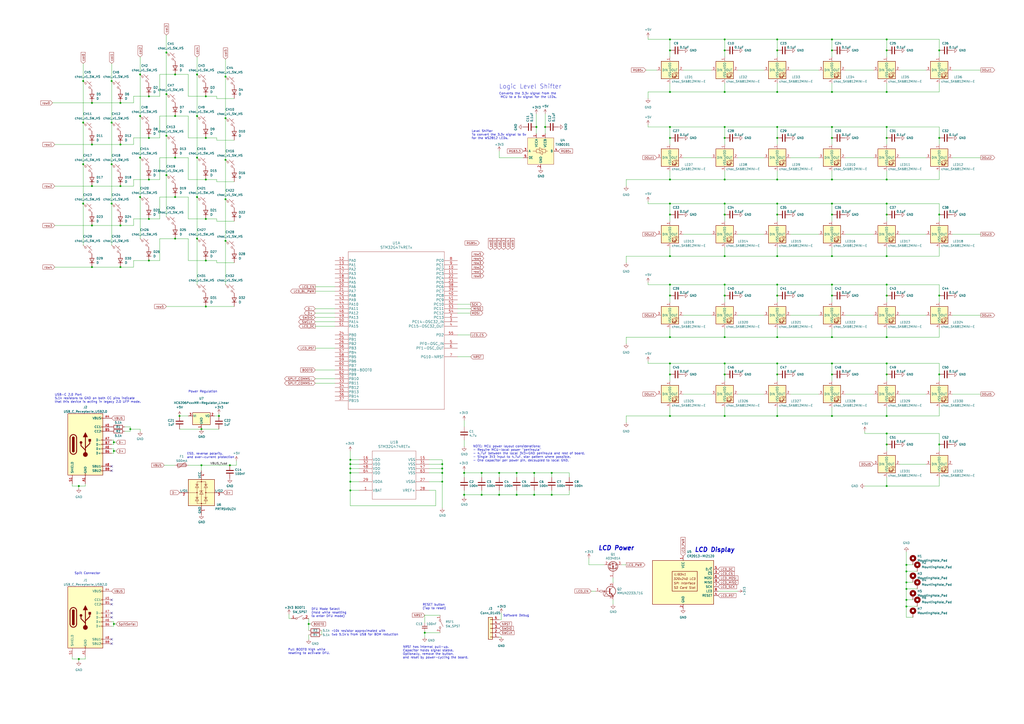
<source format=kicad_sch>
(kicad_sch (version 20231120) (generator "eeschema") (generator_version "8.0")
  (paper "A2")
  (junction (at 420.37 171.45))
  (junction (at 514.35 124.46))
  (junction (at 256.54 271.78))
  (junction (at 514.35 53.34))
  (junction (at 320.04 287.02))
  (junction (at 101.6 114.3))
  (junction (at 388.62 124.46))
  (junction (at 116.84 248.92) (diameter 0.9144))
  (junction (at 482.6 217.17))
  (junction (at 420.37 118.11))
  (junction (at 289.56 274.32))
  (junction (at 514.35 165.1))
  (junction (at 420.37 165.1))
  (junction (at 514.35 80.01))
  (junction (at 482.6 118.11))
  (junction (at 482.6 148.59))
  (junction (at 69.85 59.69))
  (junction (at 450.85 53.34))
  (junction (at 514.35 104.14))
  (junction (at 81.28 43.18))
  (junction (at 482.6 165.1))
  (junction (at 482.6 29.21))
  (junction (at 96.52 30.48))
  (junction (at 86.36 151.13))
  (junction (at 309.88 274.32))
  (junction (at 450.85 124.46))
  (junction (at 48.26 118.11))
  (junction (at 525.78 351.79))
  (junction (at 420.37 80.01))
  (junction (at 482.6 195.58))
  (junction (at 420.37 217.17))
  (junction (at 525.78 327.66))
  (junction (at 450.85 73.66))
  (junction (at 203.2 266.7))
  (junction (at 544.83 257.81))
  (junction (at 203.2 274.32))
  (junction (at 86.36 55.88))
  (junction (at 75.565 248.92))
  (junction (at 482.6 241.3))
  (junction (at 482.6 22.86))
  (junction (at 525.78 341.63))
  (junction (at 114.3 114.3))
  (junction (at 388.62 148.59))
  (junction (at 514.35 241.3))
  (junction (at 388.62 165.1))
  (junction (at 514.35 29.21))
  (junction (at 420.37 148.59))
  (junction (at 114.3 91.44))
  (junction (at 119.38 127))
  (junction (at 130.81 115.57))
  (junction (at 420.37 104.14))
  (junction (at 388.62 118.11))
  (junction (at 514.35 281.94))
  (junction (at 101.6 67.31))
  (junction (at 514.35 148.59))
  (junction (at 316.23 73.66))
  (junction (at 127 241.3))
  (junction (at 482.6 53.34))
  (junction (at 101.6 43.18))
  (junction (at 482.6 73.66))
  (junction (at 45.72 281.94))
  (junction (at 81.28 91.44))
  (junction (at 420.37 22.86))
  (junction (at 544.83 80.01))
  (junction (at 311.15 73.66))
  (junction (at 114.3 43.18))
  (junction (at 96.52 101.6))
  (junction (at 450.85 241.3))
  (junction (at 104.14 241.3))
  (junction (at 45.72 382.27))
  (junction (at 81.28 67.31))
  (junction (at 119.38 177.8))
  (junction (at 279.4 274.32))
  (junction (at 179.07 361.95))
  (junction (at 450.85 171.45))
  (junction (at 450.85 210.82))
  (junction (at 514.35 171.45))
  (junction (at 256.54 274.32))
  (junction (at 388.62 195.58))
  (junction (at 514.35 251.46))
  (junction (at 101.6 91.44))
  (junction (at 388.62 53.34))
  (junction (at 256.54 269.24))
  (junction (at 450.85 217.17))
  (junction (at 420.37 29.21))
  (junction (at 299.72 287.02))
  (junction (at 514.35 73.66))
  (junction (at 388.62 171.45))
  (junction (at 64.77 118.11))
  (junction (at 119.38 104.14))
  (junction (at 69.85 107.95))
  (junction (at 130.81 44.45))
  (junction (at 482.6 210.82))
  (junction (at 130.81 92.71))
  (junction (at 69.85 130.81))
  (junction (at 48.26 46.99))
  (junction (at 53.34 130.81))
  (junction (at 203.2 271.78))
  (junction (at 116.84 269.875))
  (junction (at 388.62 22.86))
  (junction (at 450.85 22.86))
  (junction (at 420.37 53.34))
  (junction (at 482.6 80.01))
  (junction (at 450.85 80.01))
  (junction (at 114.3 138.43))
  (junction (at 544.83 171.45))
  (junction (at 544.83 217.17))
  (junction (at 420.37 241.3))
  (junction (at 544.83 124.46))
  (junction (at 133.35 269.875))
  (junction (at 81.28 114.3))
  (junction (at 48.26 71.12))
  (junction (at 114.3 67.31))
  (junction (at 544.83 29.21))
  (junction (at 450.85 104.14))
  (junction (at 388.62 217.17))
  (junction (at 482.6 171.45))
  (junction (at 64.77 71.12))
  (junction (at 309.88 287.02))
  (junction (at 320.04 274.32))
  (junction (at 289.56 287.02))
  (junction (at 450.85 165.1))
  (junction (at 66.04 361.95))
  (junction (at 96.52 78.74))
  (junction (at 53.34 59.69))
  (junction (at 203.2 284.48))
  (junction (at 450.85 195.58))
  (junction (at 203.2 279.4))
  (junction (at 203.2 269.24))
  (junction (at 69.85 83.82))
  (junction (at 299.72 274.32))
  (junction (at 96.52 54.61))
  (junction (at 48.26 95.25))
  (junction (at 101.6 138.43))
  (junction (at 450.85 148.59))
  (junction (at 514.35 118.11))
  (junction (at 53.34 107.95))
  (junction (at 119.38 55.88))
  (junction (at 119.38 80.01))
  (junction (at 130.81 68.58))
  (junction (at 66.04 261.62))
  (junction (at 86.36 127))
  (junction (at 420.37 124.46))
  (junction (at 514.35 22.86))
  (junction (at 388.62 80.01))
  (junction (at 525.78 347.98))
  (junction (at 420.37 195.58))
  (junction (at 64.77 95.25))
  (junction (at 450.85 29.21))
  (junction (at 482.6 124.46))
  (junction (at 388.62 73.66))
  (junction (at 482.6 104.14))
  (junction (at 514.35 257.81))
  (junction (at 64.77 46.99))
  (junction (at 525.78 331.47))
  (junction (at 388.62 210.82))
  (junction (at 420.37 210.82))
  (junction (at 66.04 256.54))
  (junction (at 279.4 287.02))
  (junction (at 514.35 210.82))
  (junction (at 86.36 80.01))
  (junction (at 525.78 337.82))
  (junction (at 388.62 104.14))
  (junction (at 388.62 29.21))
  (junction (at 53.34 154.94))
  (junction (at 269.24 287.02))
  (junction (at 53.34 83.82))
  (junction (at 514.35 217.17))
  (junction (at 130.81 139.7))
  (junction (at 256.54 279.4))
  (junction (at 420.37 73.66))
  (junction (at 69.85 154.94))
  (junction (at 450.85 118.11))
  (junction (at 269.24 274.32))
  (junction (at 86.36 104.14))
  (junction (at 514.35 195.58))
  (junction (at 119.38 151.13))
  (junction (at 388.62 241.3))
  (junction (at 246.38 367.03))
  (no_connect (at 64.77 270.51))
  (no_connect (at 64.77 350.52))
  (no_connect (at 64.77 347.98))
  (no_connect (at 64.77 358.14))
  (no_connect (at 64.77 355.6))
  (no_connect (at 64.77 370.84))
  (no_connect (at 64.77 273.05))
  (no_connect (at 64.77 373.38))
  (wire (pts (xy 552.45 91.44) (xy 568.96 91.44)))
  (wire (pts (xy 101.6 67.31) (xy 109.22 67.31)))
  (wire (pts (xy 450.85 190.5) (xy 450.85 195.58)))
  (wire (pts (xy 521.97 40.64) (xy 537.21 40.64)))
  (wire (pts (xy 31.75 130.81) (xy 53.34 130.81)))
  (wire (pts (xy 514.35 281.94) (xy 544.83 281.94)))
  (wire (pts (xy 490.22 135.89) (xy 506.73 135.89)))
  (wire (pts (xy 41.91 281.94) (xy 45.72 281.94)))
  (wire (pts (xy 279.4 284.48) (xy 279.4 287.02)))
  (wire (pts (xy 320.04 274.32) (xy 320.04 276.86)))
  (wire (pts (xy 64.77 262.89) (xy 66.04 262.89)))
  (wire (pts (xy 31.75 107.95) (xy 53.34 107.95)))
  (wire (pts (xy 289.56 274.32) (xy 299.72 274.32)))
  (wire (pts (xy 525.78 347.98) (xy 529.59 347.98)))
  (wire (pts (xy 92.71 91.44) (xy 101.6 91.44)))
  (wire (pts (xy 450.85 48.26) (xy 450.85 53.34)))
  (wire (pts (xy 77.47 127) (xy 86.36 127)))
  (wire (pts (xy 53.34 107.95) (xy 69.85 107.95)))
  (wire (pts (xy 53.34 130.81) (xy 69.85 130.81)))
  (wire (pts (xy 514.35 220.98) (xy 514.35 217.17)))
  (wire (pts (xy 81.28 67.31) (xy 81.28 91.44)))
  (wire (pts (xy 396.24 182.88) (xy 412.75 182.88)))
  (wire (pts (xy 81.28 33.02) (xy 81.28 43.18)))
  (wire (pts (xy 311.15 73.66) (xy 311.15 77.47)))
  (wire (pts (xy 265.43 194.31) (xy 273.05 194.31)))
  (wire (pts (xy 77.47 83.82) (xy 77.47 80.01)))
  (wire (pts (xy 92.71 43.18) (xy 101.6 43.18)))
  (wire (pts (xy 482.6 99.06) (xy 482.6 104.14)))
  (wire (pts (xy 182.88 184.15) (xy 194.31 184.15)))
  (wire (pts (xy 420.37 148.59) (xy 388.62 148.59)))
  (wire (pts (xy 95.25 269.875) (xy 101.6 269.875)))
  (wire (pts (xy 450.85 83.82) (xy 450.85 80.01)))
  (wire (pts (xy 525.78 331.47) (xy 532.13 331.47)))
  (wire (pts (xy 320.04 287.02) (xy 330.2 287.02)))
  (wire (pts (xy 420.37 171.45) (xy 420.37 165.1)))
  (wire (pts (xy 416.56 342.9) (xy 427.99 342.9)))
  (wire (pts (xy 514.35 53.34) (xy 544.83 53.34)))
  (wire (pts (xy 96.52 54.61) (xy 96.52 78.74)))
  (wire (pts (xy 64.77 71.12) (xy 64.77 95.25)))
  (wire (pts (xy 114.3 43.18) (xy 114.3 67.31)))
  (wire (pts (xy 92.71 67.31) (xy 101.6 67.31)))
  (wire (pts (xy 246.38 367.03) (xy 255.27 367.03)))
  (wire (pts (xy 246.38 356.87) (xy 246.38 361.315)))
  (wire (pts (xy 265.43 181.61) (xy 273.05 181.61)))
  (wire (pts (xy 64.77 255.27) (xy 66.04 255.27)))
  (wire (pts (xy 341.63 323.85) (xy 341.63 327.66)))
  (wire (pts (xy 203.2 279.4) (xy 203.2 284.48)))
  (wire (pts (xy 309.88 287.02) (xy 320.04 287.02)))
  (wire (pts (xy 53.34 59.69) (xy 69.85 59.69)))
  (wire (pts (xy 265.43 207.01) (xy 273.05 207.01)))
  (wire (pts (xy 265.43 179.07) (xy 273.05 179.07)))
  (wire (pts (xy 374.65 40.64) (xy 381 40.64)))
  (wire (pts (xy 482.6 73.66) (xy 514.35 73.66)))
  (wire (pts (xy 450.85 99.06) (xy 450.85 104.14)))
  (wire (pts (xy 48.26 36.83) (xy 48.26 46.99)))
  (wire (pts (xy 45.72 281.94) (xy 49.53 281.94)))
  (wire (pts (xy 388.62 83.82) (xy 388.62 80.01)))
  (wire (pts (xy 514.35 257.81) (xy 514.35 251.46)))
  (wire (pts (xy 482.6 124.46) (xy 482.6 118.11)))
  (wire (pts (xy 420.37 148.59) (xy 450.85 148.59)))
  (wire (pts (xy 514.35 241.3) (xy 544.83 241.3)))
  (wire (pts (xy 116.84 269.875) (xy 116.84 273.05)))
  (wire (pts (xy 514.35 195.58) (xy 544.83 195.58)))
  (wire (pts (xy 114.3 33.02) (xy 114.3 43.18)))
  (wire (pts (xy 420.37 210.82) (xy 450.85 210.82)))
  (wire (pts (xy 279.4 287.02) (xy 289.56 287.02)))
  (wire (pts (xy 482.6 33.02) (xy 482.6 29.21)))
  (wire (pts (xy 109.22 127) (xy 119.38 127)))
  (wire (pts (xy 514.35 195.58) (xy 482.6 195.58)))
  (wire (pts (xy 116.84 248.92) (xy 127 248.92)))
  (wire (pts (xy 420.37 80.01) (xy 420.37 73.66)))
  (wire (pts (xy 363.22 148.59) (xy 363.22 152.4)))
  (wire (pts (xy 525.78 351.79) (xy 532.13 351.79)))
  (wire (pts (xy 544.83 217.17) (xy 544.83 210.82)))
  (wire (pts (xy 482.6 190.5) (xy 482.6 195.58)))
  (wire (pts (xy 31.75 154.94) (xy 53.34 154.94)))
  (wire (pts (xy 450.85 165.1) (xy 482.6 165.1)))
  (wire (pts (xy 269.24 287.02) (xy 279.4 287.02)))
  (wire (pts (xy 75.565 248.92) (xy 81.28 248.92)))
  (wire (pts (xy 269.24 274.32) (xy 279.4 274.32)))
  (wire (pts (xy 127 240.03) (xy 127 241.3)))
  (wire (pts (xy 92.71 151.13) (xy 92.71 138.43)))
  (wire (pts (xy 450.85 175.26) (xy 450.85 171.45)))
  (wire (pts (xy 92.71 127) (xy 92.71 114.3)))
  (wire (pts (xy 396.24 40.64) (xy 412.75 40.64)))
  (wire (pts (xy 363.22 241.3) (xy 388.62 241.3)))
  (wire (pts (xy 179.07 368.3) (xy 179.07 370.84)))
  (wire (pts (xy 64.77 257.81) (xy 66.04 257.81)))
  (wire (pts (xy 514.35 148.59) (xy 482.6 148.59)))
  (wire (pts (xy 96.52 78.74) (xy 96.52 101.6)))
  (wire (pts (xy 182.88 201.93) (xy 194.31 201.93)))
  (wire (pts (xy 289.56 91.44) (xy 289.56 87.63)))
  (wire (pts (xy 525.78 331.47) (xy 525.78 327.66)))
  (wire (pts (xy 521.97 182.88) (xy 537.21 182.88)))
  (wire (pts (xy 289.56 91.44) (xy 303.53 91.44)))
  (wire (pts (xy 482.6 236.22) (xy 482.6 241.3)))
  (wire (pts (xy 458.47 182.88) (xy 474.98 182.88)))
  (wire (pts (xy 544.83 190.5) (xy 544.83 195.58)))
  (wire (pts (xy 299.72 284.48) (xy 299.72 287.02)))
  (wire (pts (xy 86.36 151.13) (xy 92.71 151.13)))
  (wire (pts (xy 208.28 271.78) (xy 203.2 271.78)))
  (wire (pts (xy 363.22 195.58) (xy 363.22 199.39)))
  (wire (pts (xy 514.35 99.06) (xy 514.35 104.14)))
  (wire (pts (xy 450.85 73.66) (xy 482.6 73.66)))
  (wire (pts (xy 330.2 274.32) (xy 330.2 276.86)))
  (wire (pts (xy 521.97 135.89) (xy 537.21 135.89)))
  (wire (pts (xy 544.83 175.26) (xy 544.83 171.45)))
  (wire (pts (xy 514.35 33.02) (xy 514.35 29.21)))
  (wire (pts (xy 458.47 91.44) (xy 474.98 91.44)))
  (wire (pts (xy 490.22 228.6) (xy 506.73 228.6)))
  (wire (pts (xy 92.71 104.14) (xy 92.71 91.44)))
  (wire (pts (xy 66.04 363.22) (xy 66.04 361.95)))
  (wire (pts (xy 525.78 320.04) (xy 525.78 327.66)))
  (wire (pts (xy 203.2 269.24) (xy 203.2 271.78)))
  (wire (pts (xy 552.45 228.6) (xy 568.96 228.6)))
  (wire (pts (xy 66.04 255.27) (xy 66.04 256.54)))
  (wire (pts (xy 388.62 217.17) (xy 388.62 210.82)))
  (wire (pts (xy 269.24 243.84) (xy 269.24 247.65)))
  (wire (pts (xy 514.35 104.14) (xy 482.6 104.14)))
  (wire (pts (xy 182.88 222.25) (xy 194.31 222.25)))
  (wire (pts (xy 64.77 118.11) (xy 64.77 142.24)))
  (wire (pts (xy 125.73 57.15) (xy 135.89 57.15)))
  (wire (pts (xy 269.24 255.27) (xy 269.24 259.08)))
  (wire (pts (xy 45.72 283.21) (xy 45.72 281.94)))
  (wire (pts (xy 388.62 171.45) (xy 388.62 165.1)))
  (wire (pts (xy 203.2 274.32) (xy 208.28 274.32)))
  (wire (pts (xy 320.04 274.32) (xy 330.2 274.32)))
  (wire (pts (xy 299.72 287.02) (xy 309.88 287.02)))
  (wire (pts (xy 420.37 217.17) (xy 420.37 210.82)))
  (wire (pts (xy 77.47 107.95) (xy 77.47 104.14)))
  (wire (pts (xy 514.35 165.1) (xy 544.83 165.1)))
  (wire (pts (xy 320.04 284.48) (xy 320.04 287.02)))
  (wire (pts (xy 514.35 73.66) (xy 544.83 73.66)))
  (wire (pts (xy 482.6 148.59) (xy 450.85 148.59)))
  (wire (pts (xy 375.92 53.34) (xy 375.92 57.15)))
  (wire (pts (xy 514.35 210.82) (xy 544.83 210.82)))
  (wire (pts (xy 114.3 91.44) (xy 114.3 114.3)))
  (wire (pts (xy 544.83 276.86) (xy 544.83 281.94)))
  (wire (pts (xy 66.04 256.54) (xy 67.31 256.54)))
  (wire (pts (xy 420.37 104.14) (xy 450.85 104.14)))
  (wire (pts (xy 101.6 138.43) (xy 109.22 138.43)))
  (wire (pts (xy 119.38 151.13) (xy 125.73 151.13)))
  (wire (pts (xy 125.73 152.4) (xy 135.89 152.4)))
  (wire (pts (xy 203.2 266.7) (xy 203.2 261.62)))
  (wire (pts (xy 248.92 284.48) (xy 252.73 284.48)))
  (wire (pts (xy 256.54 271.78) (xy 248.92 271.78)))
  (wire (pts (xy 269.24 287.02) (xy 269.24 288.29)))
  (wire (pts (xy 450.85 124.46) (xy 450.85 118.11)))
  (wire (pts (xy 420.37 220.98) (xy 420.37 217.17)))
  (wire (pts (xy 101.6 43.18) (xy 109.22 43.18)))
  (wire (pts (xy 514.35 241.3) (xy 482.6 241.3)))
  (wire (pts (xy 290.83 355.6) (xy 290.83 359.41)))
  (wire (pts (xy 544.83 83.82) (xy 544.83 80.01)))
  (wire (pts (xy 41.91 280.67) (xy 41.91 281.94)))
  (wire (pts (xy 482.6 48.26) (xy 482.6 53.34)))
  (wire (pts (xy 521.97 91.44) (xy 537.21 91.44)))
  (wire (pts (xy 450.85 80.01) (xy 450.85 73.66)))
  (wire (pts (xy 514.35 251.46) (xy 501.65 251.46)))
  (wire (pts (xy 552.45 182.88) (xy 568.96 182.88)))
  (wire (pts (xy 388.62 118.11) (xy 420.37 118.11)))
  (wire (pts (xy 482.6 118.11) (xy 514.35 118.11)))
  (wire (pts (xy 514.35 22.86) (xy 544.83 22.86)))
  (wire (pts (xy 544.83 80.01) (xy 544.83 73.66)))
  (wire (pts (xy 544.83 261.62) (xy 544.83 257.81)))
  (wire (pts (xy 375.92 116.84) (xy 375.92 118.11)))
  (wire (pts (xy 96.52 20.32) (xy 96.52 30.48)))
  (wire (pts (xy 72.39 250.19) (xy 75.565 250.19)))
  (wire (pts (xy 482.6 80.01) (xy 482.6 73.66)))
  (wire (pts (xy 64.77 360.68) (xy 66.04 360.68)))
  (wire (pts (xy 203.2 269.24) (xy 208.28 269.24)))
  (wire (pts (xy 203.2 274.32) (xy 203.2 279.4)))
  (wire (pts (xy 388.62 118.11) (xy 375.92 118.11)))
  (wire (pts (xy 490.22 182.88) (xy 506.73 182.88)))
  (wire (pts (xy 248.92 266.7) (xy 256.54 266.7)))
  (wire (pts (xy 427.99 91.44) (xy 443.23 91.44)))
  (wire (pts (xy 458.47 135.89) (xy 474.98 135.89)))
  (wire (pts (xy 269.24 287.02) (xy 269.24 284.48)))
  (wire (pts (xy 86.36 80.01) (xy 92.71 80.01)))
  (wire (pts (xy 514.35 171.45) (xy 514.35 165.1)))
  (wire (pts (xy 289.56 287.02) (xy 299.72 287.02)))
  (wire (pts (xy 182.88 219.71) (xy 194.31 219.71)))
  (wire (pts (xy 256.54 266.7) (xy 256.54 269.24)))
  (wire (pts (xy 92.71 114.3) (xy 101.6 114.3)))
  (wire (pts (xy 252.73 284.48) (xy 252.73 293.37)))
  (wire (pts (xy 521.97 269.24) (xy 537.21 269.24)))
  (wire (pts (xy 179.07 358.775) (xy 179.07 361.95)))
  (wire (pts (xy 525.78 327.66) (xy 529.59 327.66)))
  (wire (pts (xy 203.2 284.48) (xy 203.2 293.37)))
  (wire (pts (xy 30.48 59.69) (xy 53.34 59.69)))
  (wire (pts (xy 363.22 195.58) (xy 388.62 195.58)))
  (wire (pts (xy 256.54 279.4) (xy 248.92 279.4)))
  (wire (pts (xy 544.83 171.45) (xy 544.83 165.1)))
  (wire (pts (xy 125.73 80.01) (xy 125.73 81.28)))
  (wire (pts (xy 375.92 72.39) (xy 375.92 73.66)))
  (wire (pts (xy 109.22 43.18) (xy 109.22 55.88)))
  (wire (pts (xy 450.85 143.51) (xy 450.85 148.59)))
  (wire (pts (xy 86.36 104.14) (xy 92.71 104.14)))
  (wire (pts (xy 360.68 327.66) (xy 363.22 327.66)))
  (wire (pts (xy 119.38 80.01) (xy 125.73 80.01)))
  (wire (pts (xy 450.85 118.11) (xy 482.6 118.11)))
  (wire (pts (xy 203.2 271.78) (xy 203.2 274.32)))
  (wire (pts (xy 529.59 358.14) (xy 525.78 358.14)))
  (wire (pts (xy 92.71 80.01) (xy 92.71 67.31)))
  (wire (pts (xy 66.04 261.62) (xy 67.31 261.62)))
  (wire (pts (xy 482.6 217.17) (xy 482.6 210.82)))
  (wire (pts (xy 388.62 33.02) (xy 388.62 29.21)))
  (wire (pts (xy 53.34 83.82) (xy 69.85 83.82)))
  (wire (pts (xy 66.04 256.54) (xy 66.04 257.81)))
  (wire (pts (xy 514.35 128.27) (xy 514.35 124.46)))
  (wire (pts (xy 125.73 55.88) (xy 125.73 57.15)))
  (wire (pts (xy 375.92 21.59) (xy 375.92 22.86)))
  (wire (pts (xy 450.85 217.17) (xy 450.85 210.82)))
  (wire (pts (xy 246.38 356.87) (xy 255.27 356.87)))
  (wire (pts (xy 133.35 269.875) (xy 137.16 269.875)))
  (wire (pts (xy 514.35 148.59) (xy 544.83 148.59)))
  (wire (pts (xy 203.2 266.7) (xy 203.2 269.24)))
  (wire (pts (xy 31.75 83.82) (xy 53.34 83.82)))
  (wire (pts (xy 330.2 284.48) (xy 330.2 287.02)))
  (wire (pts (xy 109.22 104.14) (xy 119.38 104.14)))
  (wire (pts (xy 77.47 154.94) (xy 77.47 151.13)))
  (wire (pts (xy 396.24 135.89) (xy 412.75 135.89)))
  (wire (pts (xy 514.35 143.51) (xy 514.35 148.59)))
  (wire (pts (xy 290.83 359.41) (xy 289.56 359.41)))
  (wire (pts (xy 66.04 262.89) (xy 66.04 261.62)))
  (wire (pts (xy 544.83 124.46) (xy 544.83 118.11)))
  (wire (pts (xy 388.62 190.5) (xy 388.62 195.58)))
  (wire (pts (xy 81.28 43.18) (xy 81.28 67.31)))
  (wire (pts (xy 388.62 143.51) (xy 388.62 148.59)))
  (wire (pts (xy 388.62 124.46) (xy 388.62 118.11)))
  (wire (pts (xy 363.22 148.59) (xy 388.62 148.59)))
  (wire (pts (xy 420.37 118.11) (xy 450.85 118.11)))
  (wire (pts (xy 514.35 217.17) (xy 514.35 210.82)))
  (wire (pts (xy 45.72 383.54) (xy 45.72 382.27)))
  (wire (pts (xy 69.85 107.95) (xy 77.47 107.95)))
  (wire (pts (xy 420.37 190.5) (xy 420.37 195.58)))
  (wire (pts (xy 311.15 66.04) (xy 311.15 73.66)))
  (wire (pts (xy 514.35 190.5) (xy 514.35 195.58)))
  (wire (pts (xy 388.62 175.26) (xy 388.62 171.45)))
  (wire (pts (xy 388.62 22.86) (xy 375.92 22.86)))
  (wire (pts (xy 48.26 95.25) (xy 48.26 118.11)))
  (wire (pts (xy 450.85 220.98) (xy 450.85 217.17)))
  (wire (pts (xy 388.62 73.66) (xy 420.37 73.66)))
  (wire (pts (xy 514.35 104.14) (xy 544.83 104.14)))
  (wire (pts (xy 77.47 55.88) (xy 86.36 55.88)))
  (wire (pts (xy 388.62 99.06) (xy 388.62 104.14)))
  (wire (pts (xy 388.62 80.01) (xy 388.62 73.66)))
  (wire (pts (xy 114.3 67.31) (xy 114.3 91.44)))
  (wire (pts (xy 514.35 281.94) (xy 501.65 281.94)))
  (wire (pts (xy 66.04 260.35) (xy 66.04 261.62)))
  (wire (pts (xy 388.62 210.82) (xy 375.92 210.82)))
  (wire (pts (xy 104.14 241.3) (xy 109.22 241.3)))
  (wire (pts (xy 49.53 382.27) (xy 49.53 381)))
  (wire (pts (xy 514.35 276.86) (xy 514.35 281.94)))
  (wire (pts (xy 125.73 104.14) (xy 125.73 105.41)))
  (wire (pts (xy 41.91 382.27) (xy 45.72 382.27)))
  (wire (pts (xy 514.35 124.46) (xy 514.35 118.11)))
  (wire (pts (xy 182.88 166.37) (xy 194.31 166.37)))
  (wire (pts (xy 450.85 171.45) (xy 450.85 165.1)))
  (wire (pts (xy 388.62 165.1) (xy 420.37 165.1)))
  (wire (pts (xy 544.83 99.06) (xy 544.83 104.14)))
  (wire (pts (xy 48.26 118.11) (xy 48.26 142.24)))
  (wire (pts (xy 256.54 271.78) (xy 256.54 274.32)))
  (wire (pts (xy 490.22 91.44) (xy 506.73 91.44)))
  (wire (pts (xy 388.62 29.21) (xy 388.62 22.86)))
  (wire (pts (xy 514.35 53.34) (xy 482.6 53.34)))
  (wire (pts (xy 64.77 363.22) (xy 66.04 363.22)))
  (wire (pts (xy 269.24 273.05) (xy 269.24 274.32)))
  (wire (pts (xy 119.38 127) (xy 125.73 127)))
  (wire (pts (xy 388.62 236.22) (xy 388.62 241.3)))
  (wire (pts (xy 179.07 361.95) (xy 179.07 365.76)))
  (wire (pts (xy 309.88 274.32) (xy 320.04 274.32)))
  (wire (pts (xy 119.38 55.88) (xy 125.73 55.88)))
  (wire (pts (xy 482.6 171.45) (xy 482.6 165.1)))
  (wire (pts (xy 427.99 40.64) (xy 443.23 40.64)))
  (wire (pts (xy 208.28 279.4) (xy 203.2 279.4)))
  (wire (pts (xy 363.22 104.14) (xy 388.62 104.14)))
  (wire (pts (xy 109.22 151.13) (xy 119.38 151.13)))
  (wire (pts (xy 168.91 358.775) (xy 167.64 358.775)))
  (wire (pts (xy 420.37 33.02) (xy 420.37 29.21)))
  (wire (pts (xy 544.83 128.27) (xy 544.83 124.46)))
  (wire (pts (xy 316.23 73.66) (xy 316.23 77.47)))
  (wire (pts (xy 521.97 228.6) (xy 537.21 228.6)))
  (wire (pts (xy 450.85 33.02) (xy 450.85 29.21)))
  (wire (pts (xy 482.6 165.1) (xy 514.35 165.1)))
  (wire (pts (xy 182.88 214.63) (xy 194.31 214.63)))
  (wire (pts (xy 109.22 91.44) (xy 109.22 104.14)))
  (wire (pts (xy 514.35 29.21) (xy 514.35 22.86)))
  (wire (pts (xy 450.85 210.82) (xy 482.6 210.82)))
  (wire (pts (xy 525.78 358.14) (xy 525.78 351.79)))
  (wire (pts (xy 482.6 143.51) (xy 482.6 148.59)))
  (wire (pts (xy 450.85 128.27) (xy 450.85 124.46)))
  (wire (pts (xy 248.92 269.24) (xy 256.54 269.24)))
  (wire (pts (xy 256.54 274.32) (xy 256.54 279.4)))
  (wire (pts (xy 420.37 165.1) (xy 450.85 165.1)))
  (wire (pts (xy 130.81 44.45) (xy 130.81 68.58)))
  (wire (pts (xy 420.37 22.86) (xy 450.85 22.86)))
  (wire (pts (xy 544.83 257.81) (xy 544.83 251.46)))
  (wire (pts (xy 130.81 115.57) (xy 130.81 139.7)))
  (wire (pts (xy 363.22 104.14) (xy 363.22 107.95)))
  (wire (pts (xy 86.36 127) (xy 92.71 127)))
  (wire (pts (xy 81.28 114.3) (xy 81.28 138.43)))
  (wire (pts (xy 279.4 274.32) (xy 279.4 276.86)))
  (wire (pts (xy 552.45 40.64) (xy 568.96 40.64)))
  (wire (pts (xy 279.4 274.32) (xy 289.56 274.32)))
  (wire (pts (xy 130.81 139.7) (xy 130.81 165.1)))
  (wire (pts (xy 316.23 66.04) (xy 316.23 73.66)))
  (wire (pts (xy 420.37 175.26) (xy 420.37 171.45)))
  (wire (pts (xy 375.92 209.55) (xy 375.92 210.82)))
  (wire (pts (xy 92.71 138.43) (xy 101.6 138.43)))
  (wire (pts (xy 109.22 269.875) (xy 116.84 269.875)))
  (wire (pts (xy 289.56 284.48) (xy 289.56 287.02)))
  (wire (pts (xy 450.85 29.21) (xy 450.85 22.86)))
  (wire (pts (xy 119.38 177.8) (xy 135.89 177.8)))
  (wire (pts (xy 109.22 80.01) (xy 119.38 80.01)))
  (wire (pts (xy 77.47 130.81) (xy 77.47 127)))
  (wire (pts (xy 130.81 68.58) (xy 130.81 92.71)))
  (wire (pts (xy 101.6 114.3) (xy 109.22 114.3)))
  (wire (pts (xy 53.34 154.94) (xy 69.85 154.94)))
  (wire (pts (xy 482.6 175.26) (xy 482.6 171.45)))
  (wire (pts (xy 49.53 281.94) (xy 49.53 280.67)))
  (wire (pts (xy 420.37 83.82) (xy 420.37 80.01)))
  (wire (pts (xy 69.85 83.82) (xy 77.47 83.82)))
  (wire (pts (xy 388.62 128.27) (xy 388.62 124.46)))
  (wire (pts (xy 77.47 59.69) (xy 77.47 55.88)))
  (wire (pts (xy 514.35 83.82) (xy 514.35 80.01)))
  (wire (pts (xy 116.84 248.92) (xy 104.14 248.92)))
  (wire (pts (xy 388.62 220.98) (xy 388.62 217.17)))
  (wire (pts (xy 514.35 261.62) (xy 514.35 257.81)))
  (wire (pts (xy 420.37 48.26) (xy 420.37 53.34)))
  (wire (pts (xy 420.37 53.34) (xy 388.62 53.34)))
  (wire (pts (xy 544.83 33.02) (xy 544.83 29.21)))
  (wire (pts (xy 69.85 59.69) (xy 77.47 59.69)))
  (wire (pts (xy 420.37 53.34) (xy 450.85 53.34)))
  (wire (pts (xy 66.04 360.68) (xy 66.04 361.95)))
  (wire (pts (xy 544.83 29.21) (xy 544.83 22.86)))
  (wire (pts (xy 125.73 151.13) (xy 125.73 152.4)))
  (wire (pts (xy 77.47 80.01) (xy 86.36 80.01)))
  (wire (pts (xy 69.85 154.94) (xy 77.47 154.94)))
  (wire (pts (xy 167.64 356.235) (xy 167.64 358.775)))
  (wire (pts (xy 482.6 22.86) (xy 514.35 22.86)))
  (wire (pts (xy 182.88 179.07) (xy 194.31 179.07)))
  (wire (pts (xy 458.47 228.6) (xy 474.98 228.6)))
  (wire (pts (xy 482.6 83.82) (xy 482.6 80.01)))
  (wire (pts (xy 427.99 135.89) (xy 443.23 135.89)))
  (wire (pts (xy 355.6 335.28) (xy 355.6 337.82)))
  (wire (pts (xy 203.2 293.37) (xy 252.73 293.37)))
  (wire (pts (xy 114.3 114.3) (xy 114.3 138.43)))
  (wire (pts (xy 544.83 143.51) (xy 544.83 148.59)))
  (wire (pts (xy 514.35 236.22) (xy 514.35 241.3)))
  (wire (pts (xy 256.54 279.4) (xy 256.54 294.64)))
  (wire (pts (xy 525.78 351.79) (xy 525.78 347.98)))
  (wire (pts (xy 124.46 241.3) (xy 127 241.3)))
  (wire (pts (xy 363.22 241.3) (xy 363.22 245.11)))
  (wire (pts (xy 355.6 347.98) (xy 355.6 350.52)))
  (wire (pts (xy 420.37 104.14) (xy 388.62 104.14)))
  (wire (pts (xy 420.37 195.58) (xy 388.62 195.58)))
  (wire (pts (xy 186.69 365.76) (xy 186.69 368.3)))
  (wire (pts (xy 77.47 104.14) (xy 86.36 104.14)))
  (wire (pts (xy 501.65 250.19) (xy 501.65 251.46)))
  (wire (pts (xy 388.62 22.86) (xy 420.37 22.86)))
  (wire (pts (xy 109.22 114.3) (xy 109.22 127)))
  (wire (pts (xy 544.83 48.26) (xy 544.83 53.34)))
  (wire (pts (xy 514.35 80.01) (xy 514.35 73.66)))
  (wire (pts (xy 75.565 248.92) (xy 75.565 247.65)))
  (wire (pts (xy 525.78 347.98) (xy 525.78 341.63)))
  (wire (pts (xy 75.565 250.19) (xy 75.565 248.92)))
  (wire (pts (xy 45.72 382.27) (xy 49.53 382.27)))
  (wire (pts (xy 482.6 128.27) (xy 482.6 124.46)))
  (wire (pts (xy 41.91 381) (xy 41.91 382.27)))
  (wire (pts (xy 482.6 104.14) (xy 450.85 104.14)))
  (wire (pts (xy 125.73 105.41) (xy 135.89 105.41)))
  (wire (pts (xy 388.62 53.34) (xy 375.92 53.34)))
  (wire (pts (xy 289.56 369.57) (xy 290.83 369.57)))
  (wire (pts (xy 64.77 95.25) (xy 64.77 118.11)))
  (wire (pts (xy 427.99 182.88) (xy 443.23 182.88)))
  (wire (pts (xy 92.71 55.88) (xy 92.71 43.18)))
  (wire (pts (xy 182.88 181.61) (xy 194.31 181.61)))
  (wire (pts (xy 208.28 266.7) (xy 203.2 266.7)))
  (wire (pts (xy 299.72 274.32) (xy 309.88 274.32)))
  (wire (pts (xy 450.85 236.22) (xy 450.85 241.3)))
  (wire (pts (xy 77.47 151.13) (xy 86.36 151.13)))
  (wire (pts (xy 101.6 91.44) (xy 109.22 91.44)))
  (wire (pts (xy 482.6 210.82) (xy 514.35 210.82)))
  (wire (pts (xy 48.26 46.99) (xy 48.26 71.12)))
  (wire (pts (xy 299.72 274.32) (xy 299.72 276.86)))
  (wire (pts (xy 289.56 274.32) (xy 289.56 276.86)))
  (wire (pts (xy 420.37 143.51) (xy 420.37 148.59)))
  (wire (pts (xy 420.37 99.06) (xy 420.37 104.14)))
  (wire (pts (xy 96.52 101.6) (xy 96.52 125.73)))
  (wire (pts (xy 269.24 274.32) (xy 269.24 276.86)))
  (wire (pts (xy 109.22 138.43) (xy 109.22 151.13)))
  (wire (pts (xy 525.78 341.63) (xy 525.78 337.82)))
  (wire (pts (xy 309.88 274.32) (xy 309.88 276.86)))
  (wire (pts (xy 125.73 128.27) (xy 135.89 128.27)))
  (wire (pts (xy 482.6 29.21) (xy 482.6 22.86)))
  (wire (pts (xy 420.37 73.66) (xy 450.85 73.66)))
  (wire (pts (xy 420.37 241.3) (xy 388.62 241.3)))
  (wire (pts (xy 482.6 195.58) (xy 450.85 195.58)))
  (wire (pts (xy 119.38 104.14) (xy 125.73 104.14)))
  (wire (pts (xy 130.81 92.71) (xy 130.81 115.57)))
  (wire (pts (xy 420.37 124.46) (xy 420.37 118.11)))
  (wire (pts (xy 450.85 22.86) (xy 482.6 22.86)))
  (wire (pts (xy 309.88 284.48) (xy 309.88 287.02)))
  (wire (pts (xy 203.2 284.48) (xy 208.28 284.48)))
  (wire (pts (xy 544.83 220.98) (xy 544.83 217.17)))
  (wire (pts (xy 86.36 55.88) (xy 92.71 55.88)))
  (wire (pts (xy 64.77 36.83) (xy 64.77 46.99)))
  (wire (pts (xy 96.52 177.8) (xy 119.38 177.8)))
  (wire (pts (xy 64.77 260.35) (xy 66.04 260.35)))
  (wire (pts (xy 345.44 342.9) (xy 342.9 342.9)))
  (wire (pts (xy 114.3 138.43) (xy 114.3 165.1)))
  (wire (pts (xy 514.35 48.26) (xy 514.35 53.34)))
  (wire (pts (xy 396.24 228.6) (xy 412.75 228.6)))
  (wire (pts (xy 116.84 269.875) (xy 133.35 269.875)))
  (wire (pts (xy 396.24 91.44) (xy 412.75 91.44)))
  (wire (pts (xy 125.73 127) (xy 125.73 128.27)))
  (wire (pts (xy 490.22 40.64) (xy 506.73 40.64)))
  (wire (pts (xy 256.54 269.24) (xy 256.54 271.78)))
  (wire (pts (xy 64.77 46.99) (xy 64.77 71.12)))
  (wire (pts (xy 420.37 241.3) (xy 450.85 241.3)))
  (wire (pts (xy 248.92 274.32) (xy 256.54 274.32)))
  (wire (pts (xy 525.78 337.82) (xy 529.59 337.82)))
  (wire (pts (xy 388.62 210.82) (xy 420.37 210.82)))
  (wire (pts (xy 420.37 29.21) (xy 420.37 22.86)))
  (wire (pts (xy 525.78 341.63) (xy 532.13 341.63)))
  (wire (pts (xy 96.52 30.48) (xy 96.52 54.61)))
  (wire (pts (xy 48.26 71.12) (xy 48.26 95.25)))
  (wire (pts (xy 182.88 189.23) (xy 194.31 189.23)))
  (wire (pts (xy 388.62 73.66) (xy 375.92 73.66)))
  (wire (pts (xy 514.35 175.26) (xy 514.35 171.45)))
  (wire (pts (xy 66.04 361.95) (xy 67.31 361.95)))
  (wire (pts (xy 182.88 186.69) (xy 194.31 186.69)))
  (wire (pts (xy 81.28 91.44) (xy 81.28 114.3)))
  (wire (pts (xy 182.88 168.91) (xy 194.31 168.91)))
  (wire (pts (xy 72.39 247.65) (xy 75.565 247.65)))
  (wire (pts (xy 69.85 130.81) (xy 77.47 130.81)))
  (wire (pts (xy 514.35 251.46) (xy 544.83 251.46)))
  (wire (pts (xy 265.43 176.53) (xy 273.05 176.53)))
  (wire (pts (xy 246.38 369.57) (xy 246.38 367.03)))
  (wire (pts (xy 341.63 327.66) (xy 350.52 327.66)))
  (wire (pts (xy 130.81 34.29) (xy 130.81 44.45)))
  (wire (pts (xy 137.16 267.335) (xy 137.16 269.875)))
  (wire (pts (xy 482.6 220.98) (xy 482.6 217.17)))
  (wire (pts (xy 420.37 236.22) (xy 420.37 241.3)))
  (wire (pts (xy 109.22 55.88) (xy 119.38 55.88)))
  (wire (pts (xy 246.38 367.03) (xy 246.38 366.395)))
  (wire (pts (xy 427.99 228.6) (xy 443.23 228.6)))
  (wire (pts (xy 420.37 195.58) (xy 450.85 195.58)))
  (wire (pts (xy 109.22 67.31) (xy 109.22 80.01)))
  (wire (pts (xy 514.35 118.11) (xy 544.83 118.11)))
  (wire (pts (xy 482.6 53.34) (xy 450.85 53.34)))
  (wire (pts (xy 482.6 241.3) (xy 450.85 241.3)))
  (wire (pts (xy 420.37 128.27) (xy 420.37 124.46)))
  (wire (pts (xy 525.78 337.82) (xy 525.78 331.47)))
  (wire (pts (xy 375.92 163.83) (xy 375.92 165.1)))
  (wire (pts (xy 552.45 135.89) (xy 568.96 135.89)))
  (wire (pts (xy 388.62 48.26) (xy 388.62 53.34)))
  (wire (pts (xy 179.07 361.95) (xy 180.34 361.95)))
  (wire (pts (xy 81.28 248.92) (xy 81.28 250.19)))
  (wire (pts (xy 458.47 40.64) (xy 474.98 40.64)))
  (wire (pts (xy 544.83 236.22) (xy 544.83 241.3)))
  (wire (pts (xy 388.62 165.1) (xy 375.92 165.1)))
  (wire (pts (xy 125.73 81.28) (xy 135.89 81.28)))
  (text "Level Shifter\nTo convert the 3.3v signal to 5v\nfor the WS2812 LEDs." (at 273.558 81.026 0) (effects (font (size 1.27 1.27)) (justify left bottom)))
  (text "NRST has internal pull-up.\nCapacitor holds signal stable.\nOptionally, remove the button,\nand reset by power-cycling the board." (at 233.68 382.27 0) (effects (font (size 1.27 1.27)) (justify left bottom)))
  (text "Logic Level Shifter" (at 307.594 50.292 0) (effects (font (size 2.54 2.54))))
  (text "ESD, reverse polarity,\nand over-current protection" (at 108.458 266.065 0) (effects (font (size 1.27 1.27)) (justify left bottom)))
  (text "Pull BOOT0 high while \nreseting to activate DFU." (at 167.005 379.73 0) (effects (font (size 1.27 1.27)) (justify left bottom)))
  (text "~10k resistor approximated with\ntwo 5.1k's from USB for BOM reduction" (at 192.405 368.935 0) (effects (font (size 1.27 1.27)) (justify left bottom)))
  (text "LCD Power" (at 346.964 319.532 0) (effects (font (size 2.54 2.54) (thickness 0.508) (bold yes) (italic yes)) (justify left bottom)))
  (text "Converts the 3.3v signal from the \nMCU to a 5v signal for the LEDs." (at 306.578 55.372 0) (effects (font (size 1.27 1.27))))
  (text "Software Debug" (at 291.846 357.886 0) (effects (font (size 1.27 1.27)) (justify left bottom)))
  (text "Power Regulation" (at 109.22 227.965 0) (effects (font (size 1.27 1.27)) (justify left bottom)))
  (text "LCD Display" (at 402.844 320.548 0) (effects (font (size 2.54 2.54) (thickness 0.508) (bold yes) (italic yes)) (justify left bottom)))
  (text "USB-C 2.0 Port\n5.1k resistors to GND on both CC pins indicate\nthat this device is acting in legacy 2.0 UFP mode." (at 31.75 233.934 0) (effects (font (size 1.27 1.27)) (justify left bottom)))
  (text "NOTE: MCU power layout considerations:\n- Require MCU-local power \"peninsula\"\n- 4.7uF between the local 3V3+GND peninsula and rest of board.\n- Single 3V3 input to 4.7uF, star pattern where possible.\n- One capacitor per power pin, decoupled to local GND." (at 274.32 267.97 0) (effects (font (size 1.27 1.27)) (justify left bottom)))
  (text "DFU Mode Select\n(Hold while resetting\nto enter DFU mode)" (at 180.594 358.267 0) (effects (font (size 1.27 1.27)) (justify left bottom)))
  (text "Split Connector" (at 43.18 333.375 0) (effects (font (size 1.27 1.27)) (justify left bottom)))
  (text "RESET button\n(Tap to reset)" (at 245.11 353.695 0) (effects (font (size 1.27 1.27)) (justify left bottom)))
  (label "VBUS_fuse" (at 121.92 269.875 0))
  (global_label "DOut1" (shape output) (at 568.96 40.64 0) (property "Intersheetrefs" "${INTERSHEET_REFS}" (effects (hide yes))))
  (global_label "LCD_PWR" (shape input) (at 396.24 322.58 90) (property "Intersheetrefs" "${INTERSHEET_REFS}" (effects (hide yes))))
  (global_label "row1" (shape input) (at 31.75 83.82 180) (property "Intersheetrefs" "${INTERSHEET_REFS}" (effects (hide yes))))
  (global_label "LCD_CS" (shape output) (at 273.05 194.31 0) (property "Intersheetrefs" "${INTERSHEET_REFS}" (effects (hide yes))))
  (global_label "col5" (shape input) (at 130.81 34.29 90) (property "Intersheetrefs" "${INTERSHEET_REFS}" (effects (hide yes))))
  (global_label "RGB5v" (shape input) (at 323.85 87.63 0) (property "Intersheetrefs" "${INTERSHEET_REFS}" (effects (hide yes))))
  (global_label "DOut5" (shape input) (at 506.73 269.24 180) (property "Intersheetrefs" "${INTERSHEET_REFS}" (effects (hide yes))))
  (global_label "D-" (shape input) (at 67.31 256.54 0) (property "Intersheetrefs" "${INTERSHEET_REFS}" (effects (hide yes))))
  (global_label "RGB5v" (shape input) (at 278.13 140.97 180) (property "Intersheetrefs" "${INTERSHEET_REFS}" (effects (hide yes))))
  (global_label "D+" (shape input) (at 67.31 261.62 0) (property "Intersheetrefs" "${INTERSHEET_REFS}" (effects (hide yes))))
  (global_label "col0" (shape input) (at 284.48 144.78 90) (property "Intersheetrefs" "${INTERSHEET_REFS}" (effects (hide yes))))
  (global_label "LCD_MOSI" (shape input) (at 416.56 335.28 0) (property "Intersheetrefs" "${INTERSHEET_REFS}" (effects (hide yes))))
  (global_label "NRST" (shape input) (at 246.38 356.87 180) (property "Intersheetrefs" "${INTERSHEET_REFS}" (effects (hide yes))))
  (global_label "col1" (shape input) (at 287.02 144.78 90) (property "Intersheetrefs" "${INTERSHEET_REFS}" (effects (hide yes))))
  (global_label "row1" (shape input) (at 280.67 157.48 180) (property "Intersheetrefs" "${INTERSHEET_REFS}" (effects (hide yes))))
  (global_label "NRST" (shape input) (at 289.56 361.95 0) (property "Intersheetrefs" "${INTERSHEET_REFS}" (effects (hide yes))))
  (global_label "NRST" (shape input) (at 273.05 207.01 0) (property "Intersheetrefs" "${INTERSHEET_REFS}" (effects (hide yes))))
  (global_label "col2" (shape input) (at 289.56 144.78 90) (property "Intersheetrefs" "${INTERSHEET_REFS}" (effects (hide yes))))
  (global_label "row5" (shape input) (at 96.52 177.8 180) (property "Intersheetrefs" "${INTERSHEET_REFS}" (effects (hide yes))))
  (global_label "MISO" (shape input) (at 273.05 179.07 0) (property "Intersheetrefs" "${INTERSHEET_REFS}" (effects (hide yes))))
  (global_label "VBUS" (shape input) (at 64.77 242.57 0) (property "Intersheetrefs" "${INTERSHEET_REFS}" (effects (hide yes))))
  (global_label "RGB3.3" (shape input) (at 303.53 87.63 180) (property "Intersheetrefs" "${INTERSHEET_REFS}" (effects (hide yes))))
  (global_label "row0" (shape input) (at 30.48 59.69 180) (property "Intersheetrefs" "${INTERSHEET_REFS}" (effects (hide yes))))
  (global_label "LCD_DC" (shape input) (at 416.56 330.2 0) (property "Intersheetrefs" "${INTERSHEET_REFS}" (effects (hide yes))))
  (global_label "D-" (shape bidirectional) (at 182.88 179.07 180) (property "Intersheetrefs" "${INTERSHEET_REFS}" (effects (hide yes))))
  (global_label "col2" (shape input) (at 81.28 33.02 90) (property "Intersheetrefs" "${INTERSHEET_REFS}" (effects (hide yes))))
  (global_label "row2" (shape input) (at 280.67 154.94 180) (property "Intersheetrefs" "${INTERSHEET_REFS}" (effects (hide yes))))
  (global_label "SCK" (shape output) (at 273.05 176.53 0) (property "Intersheetrefs" "${INTERSHEET_REFS}" (effects (hide yes))))
  (global_label "SWDIO" (shape bidirectional) (at 182.88 184.15 180) (property "Intersheetrefs" "${INTERSHEET_REFS}" (effects (hide yes))))
  (global_label "LCD_EN" (shape output) (at 182.88 166.37 180) (property "Intersheetrefs" "${INTERSHEET_REFS}" (effects (hide yes))))
  (global_label "col0" (shape input) (at 48.26 36.83 90) (property "Intersheetrefs" "${INTERSHEET_REFS}" (effects (hide yes))))
  (global_label "LCD_MISO" (shape input) (at 416.56 337.82 0) (property "Intersheetrefs" "${INTERSHEET_REFS}" (effects (hide yes))))
  (global_label "col3" (shape input) (at 96.52 20.32 90) (property "Intersheetrefs" "${INTERSHEET_REFS}" (effects (hide yes))))
  (global_label "DOut3" (shape output) (at 568.96 135.89 0) (property "Intersheetrefs" "${INTERSHEET_REFS}" (effects (hide yes))))
  (global_label "col4" (shape input) (at 294.64 144.78 90) (property "Intersheetrefs" "${INTERSHEET_REFS}" (effects (hide yes))))
  (global_label "D-" (shape input) (at 104.14 285.75 180) (property "Intersheetrefs" "${INTERSHEET_REFS}" (effects (hide yes))))
  (global_label "DOut2" (shape output) (at 568.96 91.44 0) (property "Intersheetrefs" "${INTERSHEET_REFS}" (effects (hide yes))))
  (global_label "DOut4" (shape output) (at 568.96 182.88 0) (property "Intersheetrefs" "${INTERSHEET_REFS}" (effects (hide yes))))
  (global_label "SWCLK" (shape bidirectional) (at 182.88 186.69 180) (property "Intersheetrefs" "${INTERSHEET_REFS}" (effects (hide yes))))
  (global_label "DOut1" (shape input) (at 381 91.44 180) (property "Intersheetrefs" "${INTERSHEET_REFS}" (effects (hide yes))))
  (global_label "row3" (shape input) (at 280.67 152.4 180) (property "Intersheetrefs" "${INTERSHEET_REFS}" (effects (hide yes))))
  (global_label "LCD_CS" (shape input) (at 416.56 332.74 0) (property "Intersheetrefs" "${INTERSHEET_REFS}" (effects (hide yes))))
  (global_label "row3" (shape input) (at 31.75 130.81 180) (property "Intersheetrefs" "${INTERSHEET_REFS}" (effects (hide yes))))
  (global_label "row0" (shape input) (at 280.67 160.02 180) (property "Intersheetrefs" "${INTERSHEET_REFS}" (effects (hide yes))))
  (global_label "LCD_RST" (shape input) (at 416.56 345.44 0) (property "Intersheetrefs" "${INTERSHEET_REFS}" (effects (hide yes))))
  (global_label "SWCLK" (shape input) (at 289.56 367.03 0) (property "Intersheetrefs" "${INTERSHEET_REFS}" (effects (hide yes))))
  (global_label "DOut2" (shape input) (at 381 135.89 180) (property "Intersheetrefs" "${INTERSHEET_REFS}" (effects (hide yes))))
  (global_label "col5" (shape input) (at 297.18 144.78 90) (property "Intersheetrefs" "${INTERSHEET_REFS}" (effects (hide yes))))
  (global_label "SPLIT_COMMS-" (shape bidirectional) (at 182.88 219.71 180) (property "Intersheetrefs" "${INTERSHEET_REFS}" (effects (hide yes))))
  (global_label "D+" (shape input) (at 129.54 285.75 0) (property "Intersheetrefs" "${INTERSHEET_REFS}" (effects (hide yes))))
  (global_label "DOut3" (shape input) (at 381 182.88 180) (property "Intersheetrefs" "${INTERSHEET_REFS}" (effects (hide yes))))
  (global_label "LCD_BL_PWM" (shape output) (at 182.88 168.91 180) (property "Intersheetrefs" "${INTERSHEET_REFS}" (effects (hide yes))))
  (global_label "LCD_SCK" (shape input) (at 416.56 340.36 0) (property "Intersheetrefs" "${INTERSHEET_REFS}" (effects (hide yes))))
  (global_label "SplitSerial" (shape input) (at 67.31 361.95 0) (property "Intersheetrefs" "${INTERSHEET_REFS}" (effects (hide yes))))
  (global_label "BOOT0" (shape input) (at 180.34 361.95 0) (property "Intersheetrefs" "${INTERSHEET_REFS}" (effects (hide yes))))
  (global_label "col1" (shape input) (at 64.77 36.83 90) (property "Intersheetrefs" "${INTERSHEET_REFS}" (effects (hide yes))))
  (global_label "MOSI" (shape output) (at 273.05 181.61 0) (property "Intersheetrefs" "${INTERSHEET_REFS}" (effects (hide yes))))
  (global_label "BOOT0" (shape input) (at 182.88 214.63 180) (property "Intersheetrefs" "${INTERSHEET_REFS}" (effects (hide yes))))
  (global_label "col4" (shape input) (at 114.3 33.02 90) (property "Intersheetrefs" "${INTERSHEET_REFS}" (effects (hide yes))))
  (global_label "LCD_RST" (shape output) (at 182.88 201.93 180) (property "Intersheetrefs" "${INTERSHEET_REFS}" (effects (hide yes))))
  (global_label "VBUS" (shape input) (at 64.77 342.9 0) (property "Intersheetrefs" "${INTERSHEET_REFS}" (effects (hide yes))))
  (global_label "VBUS" (shape input) (at 95.25 269.875 180) (property "Intersheetrefs" "${INTERSHEET_REFS}" (effects (hide yes))))
  (global_label "DOut4" (shape input) (at 381 228.6 180) (property "Intersheetrefs" "${INTERSHEET_REFS}" (effects (hide yes))))
  (global_label "LCD_DC" (shape output) (at 182.88 189.23 180) (property "Intersheetrefs" "${INTERSHEET_REFS}" (effects (hide yes))))
  (global_label "D+" (shape bidirectional) (at 182.88 181.61 180) (property "Intersheetrefs" "${INTERSHEET_REFS}" (effects (hide yes))))
  (global_label "row4" (shape input) (at 31.75 154.94 180) (property "Intersheetrefs" "${INTERSHEET_REFS}" (effects (hide yes))))
  (global_label "row5" (shape input) (at 280.67 147.32 180) (property "Intersheetrefs" "${INTERSHEET_REFS}" (effects (hide yes))))
  (global_label "RGB5v" (shape input) (at 374.65 40.64 180) (property "Intersheetrefs" "${INTERSHEET_REFS}" (effects (hide yes))))
  (global_label "LCD_PWR" (shape output) (at 363.22 327.66 0) (property "Intersheetrefs" "${INTERSHEET_REFS}" (effects (hide yes))))
  (global_label "SWDIO" (shape input) (at 289.56 364.49 0) (property "Intersheetrefs" "${INTERSHEET_REFS}" (effects (hide yes))))
  (global_label "row4" (shape input) (at 280.67 149.86 180) (property "Intersheetrefs" "${INTERSHEET_REFS}" (effects (hide yes))))
  (global_label "SPLIT_COMMS+" (shape bidirectional) (at 182.88 222.25 180) (property "Intersheetrefs" "${INTERSHEET_REFS}" (effects (hide yes))))
  (global_label "DOut5" (shape output) (at 568.96 228.6 0) (property "Intersheetrefs" "${INTERSHEET_REFS}" (effects (hide yes))))
  (global_label "col3" (shape input) (at 292.1 144.78 90) (property "Intersheetrefs" "${INTERSHEET_REFS}" (effects (hide yes))))
  (global_label "LCD_EN" (shape input) (at 342.9 342.9 180) (property "Intersheetrefs" "${INTERSHEET_REFS}" (effects (hide yes))))
  (global_label "row2" (shape input) (at 31.75 107.95 180) (property "Intersheetrefs" "${INTERSHEET_REFS}" (effects (hide yes))))
  (symbol (lib_id "Device:C") (at 548.64 80.01 90) (unit 1)
    (property "Reference" "C32" (at 548.386 75.946 90))
    (property "Value" "0.1uF" (at 553.212 78.232 90))
    (property "Footprint" "Capacitor_SMD:C_0402_1005Metric" (effects (hide yes)))
    (property "Description" "Unpolarized capacitor" (effects (hide yes)))
  )
  (symbol (lib_id "Device:C") (at 454.66 80.01 90) (unit 1)
    (property "Reference" "C29" (at 454.406 75.946 90))
    (property "Value" "0.1uF" (at 459.232 78.232 90))
    (property "Footprint" "Capacitor_SMD:C_0402_1005Metric" (effects (hide yes)))
    (property "Description" "Unpolarized capacitor" (effects (hide yes)))
  )
  (symbol (lib_id "PCM_marbastlib-choc:choc_SK6812MINI-E") (at 482.6 40.64 0) (unit 1)
    (property "Reference" "LED4" (at 493.268 44.704 0))
    (property "Value" "choc_SK6812MINI-E" (at 493.268 47.244 0))
    (property "Footprint" "PCM_marbastlib-choc:LED_choc_6028R" (effects (hide yes)))
    (property "Description" "Reverse mount adressable LED (WS2812 protocol)" (effects (hide yes)))
  )
  (symbol (lib_id "PCM_marbastlib-choc:choc_SK6812MINI-E") (at 544.83 269.24 0) (unit 1)
    (property "Reference" "LED32" (at 555.752 273.304 0))
    (property "Value" "choc_SK6812MINI-E" (at 555.752 275.844 0))
    (property "Footprint" "PCM_marbastlib-choc:LED_choc_6028R" (effects (hide yes)))
    (property "Description" "Reverse mount adressable LED (WS2812 protocol)" (effects (hide yes)))
  )
  (symbol (lib_id "Device:C") (at 133.35 273.685 0) (unit 1)
    (property "Reference" "C14" (at 136.271 272.5166 0) (effects (justify left)))
    (property "Value" "100nF" (at 136.271 274.828 0) (effects (justify left)))
    (property "Footprint" "Capacitor_SMD:C_0402_1005Metric" (effects (hide yes)))
    (property "LCSC" "C307331" (effects (hide yes)))
  )
  (symbol (lib_id "Mechanical:MountingHole_Pad") (at 532.13 339.09 0) (unit 1) (exclude_from_sim yes) (in_bom no)
    (property "Reference" "H4" (at 534.67 336.5499 0) (effects (justify left)))
    (property "Value" "MountingHole_Pad" (at 534.67 339.0899 0) (effects (justify left)))
    (property "Footprint" "MountingHole:MountingHole_3.2mm_M3_DIN965_Pad" (effects (hide yes)))
    (property "Description" "Mounting Hole with connection" (effects (hide yes)))
  )
  (symbol (lib_id "power:GND") (at 552.45 257.81 90) (unit 1)
    (property "Reference" "#PWR074" (effects (hide yes)))
    (property "Value" "GND" (at 556.26 257.8099 90) (effects (justify right)))
    (property "Description" "Power symbol creates a global label with name \"GND\" , ground" (effects (hide yes)))
  )
  (symbol (lib_id "Power_Protection:PRTR5V0U2X") (at 116.84 285.75 0) (unit 1)
    (property "Reference" "U6" (at 127 292.735 0))
    (property "Value" "PRTR5V0U2X" (at 130.81 295.275 0))
    (property "Footprint" "Package_TO_SOT_SMD:SOT-143" (effects (hide yes)))
    (property "Datasheet" "https://assets.nexperia.com/documents/data-sheet/PRTR5V0U2X.pdf" (effects (hide yes)))
    (property "LCSC" "C2827688" (effects (hide yes)))
    (property "JlcRotOffset" "90" (effects (hide yes)))
  )
  (symbol (lib_id "PCM_marbastlib-choc:choc_v1_SW_HS_CPG135001S30") (at 50.8 97.79 0) (unit 1)
    (property "Reference" "CH17" (at 50.8 90.17 0))
    (property "Value" "choc_v1_SW_HS" (at 50.8 92.71 0))
    (property "Footprint" "PCM_marbastlib-choc:SW_choc_v1_HS_CPG135001S30_1u" (effects (hide yes)))
    (property "Description" "Push button switch, normally open, two pins, 45° tilted" (effects (hide yes)))
  )
  (symbol (lib_id "power:GND") (at 552.45 217.17 90) (unit 1)
    (property "Reference" "#PWR070" (effects (hide yes)))
    (property "Value" "GND" (at 556.26 217.1699 90) (effects (justify right)))
    (property "Description" "Power symbol creates a global label with name \"GND\" , ground" (effects (hide yes)))
  )
  (symbol (lib_id "PCM_marbastlib-choc:choc_SK6812MINI-E") (at 544.83 182.88 0) (unit 1)
    (property "Reference" "LED24" (at 555.752 186.944 0))
    (property "Value" "choc_SK6812MINI-E" (at 555.752 189.484 0))
    (property "Footprint" "PCM_marbastlib-choc:LED_choc_6028R" (effects (hide yes)))
    (property "Description" "Reverse mount adressable LED (WS2812 protocol)" (effects (hide yes)))
  )
  (symbol (lib_id "PCM_marbastlib-choc:choc_v1_SW_HS_CPG135001S30") (at 133.35 71.12 0) (unit 1)
    (property "Reference" "CH10" (at 133.35 63.5 0))
    (property "Value" "choc_v1_SW_HS" (at 133.35 66.04 0))
    (property "Footprint" "PCM_marbastlib-choc:SW_choc_v1_HS_CPG135001S30_1u" (effects (hide yes)))
    (property "Description" "Push button switch, normally open, two pins, 45° tilted" (effects (hide yes)))
  )
  (symbol (lib_id "Djinn-rescue:GND-power") (at 256.54 294.64 0) (unit 1)
    (property "Reference" "#PWR037" (effects (hide yes)))
    (property "Value" "GND" (at 256.667 299.0342 0))
  )
  (symbol (lib_id "PCM_marbastlib-choc:choc_SK6812MINI-E") (at 450.85 182.88 0) (unit 1)
    (property "Reference" "LED21" (at 461.772 186.944 0))
    (property "Value" "choc_SK6812MINI-E" (at 461.772 189.484 0))
    (property "Footprint" "PCM_marbastlib-choc:LED_choc_6028R" (effects (hide yes)))
    (property "Description" "Reverse mount adressable LED (WS2812 protocol)" (effects (hide yes)))
  )
  (symbol (lib_id "PCM_marbastlib-choc:choc_SK6812MINI-E") (at 482.6 182.88 0) (unit 1)
    (property "Reference" "LED22" (at 493.268 186.944 0))
    (property "Value" "choc_SK6812MINI-E" (at 493.268 189.484 0))
    (property "Footprint" "PCM_marbastlib-choc:LED_choc_6028R" (effects (hide yes)))
    (property "Description" "Reverse mount adressable LED (WS2812 protocol)" (effects (hide yes)))
  )
  (symbol (lib_id "power:GND") (at 521.97 217.17 90) (unit 1)
    (property "Reference" "#PWR069" (effects (hide yes)))
    (property "Value" "GND" (at 525.78 217.1699 90) (effects (justify right)))
    (property "Description" "Power symbol creates a global label with name \"GND\" , ground" (effects (hide yes)))
  )
  (symbol (lib_id "PCM_marbastlib-choc:choc_SK6812MINI-E") (at 482.6 91.44 0) (unit 1)
    (property "Reference" "LED10" (at 493.268 95.504 0))
    (property "Value" "choc_SK6812MINI-E" (at 493.268 98.044 0))
    (property "Footprint" "PCM_marbastlib-choc:LED_choc_6028R" (effects (hide yes)))
    (property "Description" "Reverse mount adressable LED (WS2812 protocol)" (effects (hide yes)))
  )
  (symbol (lib_id "Device:D") (at 69.85 80.01 90) (unit 1)
    (property "Reference" "D12" (at 72.39 78.7399 90) (effects (justify right)))
    (property "Value" "D" (at 72.39 81.2799 90) (effects (justify right)))
    (property "Footprint" "Diode_SMD:D_SOD-123" (effects (hide yes)))
    (property "Description" "Diode" (effects (hide yes)))
    (property "Sim.Device" "D" (effects (hide yes)))
    (property "Sim.Pins" "1=K 2=A" (effects (hide yes)))
  )
  (symbol (lib_id "PCM_marbastlib-choc:choc_v1_SW_HS_CPG135001S30") (at 116.84 140.97 0) (unit 1)
    (property "Reference" "CH27" (at 116.84 133.35 0))
    (property "Value" "choc_v1_SW_HS" (at 116.84 135.89 0))
    (property "Footprint" "PCM_marbastlib-choc:SW_choc_v1_HS_CPG135001S30_1u" (effects (hide yes)))
    (property "Description" "Push button switch, normally open, two pins, 45° tilted" (effects (hide yes)))
  )
  (symbol (lib_id "Device:C") (at 392.43 80.01 90) (unit 1)
    (property "Reference" "C27" (at 392.176 75.946 90))
    (property "Value" "0.1uF" (at 397.002 78.232 90))
    (property "Footprint" "Capacitor_SMD:C_0402_1005Metric" (effects (hide yes)))
    (property "Description" "Unpolarized capacitor" (effects (hide yes)))
  )
  (symbol (lib_id "PCM_marbastlib-choc:choc_v1_SW_HS_CPG135001S30") (at 67.31 97.79 0) (unit 1)
    (property "Reference" "CH18" (at 67.31 90.17 0))
    (property "Value" "choc_v1_SW_HS" (at 67.31 92.71 0))
    (property "Footprint" "PCM_marbastlib-choc:SW_choc_v1_HS_CPG135001S30_1u" (effects (hide yes)))
    (property "Description" "Push button switch, normally open, two pins, 45° tilted" (effects (hide yes)))
  )
  (symbol (lib_id "Device:C") (at 486.41 80.01 90) (unit 1)
    (property "Reference" "C30" (at 486.156 75.946 90))
    (property "Value" "0.1uF" (at 490.982 78.232 90))
    (property "Footprint" "Capacitor_SMD:C_0402_1005Metric" (effects (hide yes)))
    (property "Description" "Unpolarized capacitor" (effects (hide yes)))
  )
  (symbol (lib_id "Device:C") (at 454.66 171.45 90) (unit 1)
    (property "Reference" "C41" (at 454.406 167.386 90))
    (property "Value" "0.1uF" (at 459.232 169.672 90))
    (property "Footprint" "Capacitor_SMD:C_0402_1005Metric" (effects (hide yes)))
    (property "Description" "Unpolarized capacitor" (effects (hide yes)))
  )
  (symbol (lib_id "PCM_marbastlib-choc:choc_SK6812MINI-E") (at 514.35 135.89 0) (unit 1)
    (property "Reference" "LED17" (at 525.018 139.954 0))
    (property "Value" "choc_SK6812MINI-E" (at 525.018 142.494 0))
    (property "Footprint" "PCM_marbastlib-choc:LED_choc_6028R" (effects (hide yes)))
    (property "Description" "Reverse mount adressable LED (WS2812 protocol)" (effects (hide yes)))
  )
  (symbol (lib_id "power:GND") (at 396.24 80.01 90) (unit 1)
    (property "Reference" "#PWR041" (effects (hide yes)))
    (property "Value" "GND" (at 400.05 80.0099 90) (effects (justify right)))
    (property "Description" "Power symbol creates a global label with name \"GND\" , ground" (effects (hide yes)))
  )
  (symbol (lib_id "Device:C") (at 392.43 171.45 90) (unit 1)
    (property "Reference" "C39" (at 392.176 167.386 90))
    (property "Value" "0.1uF" (at 397.002 169.672 90))
    (property "Footprint" "Capacitor_SMD:C_0402_1005Metric" (effects (hide yes)))
    (property "Description" "Unpolarized capacitor" (effects (hide yes)))
  )
  (symbol (lib_id "Device:C") (at 309.88 280.67 0) (unit 1)
    (property "Reference" "C6" (at 312.801 279.5016 0) (effects (justify left)))
    (property "Value" "100n" (at 312.801 281.813 0) (effects (justify left)))
    (property "Footprint" "reversible-kicad-footprints:C-0805_2012Metric" (effects (hide yes)))
  )
  (symbol (lib_id "Device:D") (at 119.38 100.33 90) (unit 1)
    (property "Reference" "D15" (at 121.92 99.0599 90) (effects (justify right)))
    (property "Value" "D" (at 121.92 101.5999 90) (effects (justify right)))
    (property "Footprint" "Diode_SMD:D_SOD-123" (effects (hide yes)))
    (property "Description" "Diode" (effects (hide yes)))
    (property "Sim.Device" "D" (effects (hide yes)))
    (property "Sim.Pins" "1=K 2=A" (effects (hide yes)))
  )
  (symbol (lib_id "Device:C") (at 548.64 217.17 90) (unit 1)
    (property "Reference" "C50" (at 548.386 213.106 90))
    (property "Value" "0.1uF" (at 553.212 215.392 90))
    (property "Footprint" "Capacitor_SMD:C_0402_1005Metric" (effects (hide yes)))
    (property "Description" "Unpolarized capacitor" (effects (hide yes)))
  )
  (symbol (lib_id "PCM_marbastlib-choc:choc_SK6812MINI-E") (at 514.35 182.88 0) (unit 1)
    (property "Reference" "LED23" (at 525.018 186.944 0))
    (property "Value" "choc_SK6812MINI-E" (at 525.018 189.484 0))
    (property "Footprint" "PCM_marbastlib-choc:LED_choc_6028R" (effects (hide yes)))
    (property "Description" "Reverse mount adressable LED (WS2812 protocol)" (effects (hide yes)))
  )
  (symbol (lib_id "Mechanical:MountingHole_Pad") (at 532.13 328.93 0) (unit 1) (exclude_from_sim yes) (in_bom no)
    (property "Reference" "H2" (at 534.67 326.3899 0) (effects (justify left)))
    (property "Value" "MountingHole_Pad" (at 534.67 328.9299 0) (effects (justify left)))
    (property "Footprint" "MountingHole:MountingHole_3.2mm_M3_DIN965_Pad" (effects (hide yes)))
    (property "Description" "Mounting Hole with connection" (effects (hide yes)))
  )
  (symbol (lib_id "Device:C") (at 548.64 257.81 90) (unit 1)
    (property "Reference" "C52" (at 548.386 253.746 90))
    (property "Value" "0.1uF" (at 553.212 256.032 90))
    (property "Footprint" "Capacitor_SMD:C_0402_1005Metric" (effects (hide yes)))
    (property "Description" "Unpolarized capacitor" (effects (hide yes)))
  )
  (symbol (lib_id "Device:D") (at 69.85 127 90) (unit 1)
    (property "Reference" "D24" (at 72.39 125.7299 90) (effects (justify right)))
    (property "Value" "D" (at 72.39 128.2699 90) (effects (justify right)))
    (property "Footprint" "Diode_SMD:D_SOD-123" (effects (hide yes)))
    (property "Description" "Diode" (effects (hide yes)))
    (property "Sim.Device" "D" (effects (hide yes)))
    (property "Sim.Pins" "1=K 2=A" (effects (hide yes)))
  )
  (symbol (lib_id "power:+3V3") (at 167.64 356.235 0) (mirror y) (unit 1)
    (property "Reference" "#PWR024" (effects (hide yes)))
    (property "Value" "+3V3" (at 167.64 352.425 0))
  )
  (symbol (lib_id "power:GND") (at 363.22 152.4 0) (unit 1)
    (property "Reference" "#PWR055" (effects (hide yes)))
    (property "Value" "GND" (at 363.22 157.48 0))
    (property "Description" "Power symbol creates a global label with name \"GND\" , ground" (effects (hide yes)))
  )
  (symbol (lib_id "power:+3V3") (at 311.15 66.04 0) (unit 1)
    (property "Reference" "#PWR013" (effects (hide yes)))
    (property "Value" "+3V3" (at 311.15 62.23 0))
  )
  (symbol (lib_id "power:GND") (at 179.07 370.84 0) (unit 1)
    (property "Reference" "#PWR028" (effects (hide yes)))
    (property "Value" "GND" (at 182.88 373.38 0))
  )
  (symbol (lib_id "Device:C") (at 424.18 80.01 90) (unit 1)
    (property "Reference" "C28" (at 423.926 75.946 90))
    (property "Value" "0.1uF" (at 428.752 78.232 90))
    (property "Footprint" "Capacitor_SMD:C_0402_1005Metric" (effects (hide yes)))
    (property "Description" "Unpolarized capacitor" (effects (hide yes)))
  )
  (symbol (lib_id "PCM_marbastlib-choc:choc_v1_SW_HS_CPG135001S30") (at 83.82 69.85 0) (unit 1)
    (property "Reference" "CH8" (at 83.82 62.23 0))
    (property "Value" "choc_v1_SW_HS" (at 83.82 64.77 0))
    (property "Footprint" "PCM_marbastlib-choc:SW_choc_v1_HS_CPG135001S30_1u" (effects (hide yes)))
    (property "Description" "Push button switch, normally open, two pins, 45° tilted" (effects (hide yes)))
  )
  (symbol (lib_id "Device:D") (at 101.6 87.63 90) (unit 1)
    (property "Reference" "D13" (at 104.14 86.3599 90) (effects (justify right)))
    (property "Value" "D" (at 104.14 88.8999 90) (effects (justify right)))
    (property "Footprint" "Diode_SMD:D_SOD-123" (effects (hide yes)))
    (property "Description" "Diode" (effects (hide yes)))
    (property "Sim.Device" "D" (effects (hide yes)))
    (property "Sim.Pins" "1=K 2=A" (effects (hide yes)))
  )
  (symbol (lib_id "power:GND") (at 427.99 217.17 90) (unit 1)
    (property "Reference" "#PWR066" (effects (hide yes)))
    (property "Value" "GND" (at 431.8 217.1699 90) (effects (justify right)))
    (property "Description" "Power symbol creates a global label with name \"GND\" , ground" (effects (hide yes)))
  )
  (symbol (lib_id "Device:C") (at 518.16 29.21 90) (unit 1)
    (property "Reference" "C25" (at 517.906 25.146 90))
    (property "Value" "0.1uF" (at 522.732 27.432 90))
    (property "Footprint" "Capacitor_SMD:C_0402_1005Metric" (effects (hide yes)))
    (property "Description" "Unpolarized capacitor" (effects (hide yes)))
  )
  (symbol (lib_id "PCM_marbastlib-choc:choc_v1_SW_HS_CPG135001S30") (at 67.31 120.65 0) (unit 1)
    (property "Reference" "CH24" (at 67.31 113.03 0))
    (property "Value" "choc_v1_SW_HS" (at 67.31 115.57 0))
    (property "Footprint" "PCM_marbastlib-choc:SW_choc_v1_HS_CPG135001S30_1u" (effects (hide yes)))
    (property "Description" "Push button switch, normally open, two pins, 45° tilted" (effects (hide yes)))
  )
  (symbol (lib_id "Mechanical:MountingHole_Pad") (at 529.59 355.6 0) (unit 1) (exclude_from_sim yes) (in_bom no)
    (property "Reference" "H7" (at 532.13 353.0599 0) (effects (justify left)))
    (property "Value" "MountingHole_Pad" (at 532.13 355.5999 0) (effects (justify left)))
    (property "Footprint" "MountingHole:MountingHole_3.2mm_M3_DIN965_Pad" (effects (hide yes)))
    (property "Description" "Mounting Hole with connection" (effects (hide yes)))
  )
  (symbol (lib_id "Device:D") (at 135.89 173.99 90) (unit 1)
    (property "Reference" "D32" (at 138.43 172.7199 90) (effects (justify right)))
    (property "Value" "D" (at 138.43 175.2599 90) (effects (justify right)))
    (property "Footprint" "Diode_SMD:D_SOD-123" (effects (hide yes)))
    (property "Description" "Diode" (effects (hide yes)))
    (property "Sim.Device" "D" (effects (hide yes)))
    (property "Sim.Pins" "1=K 2=A" (effects (hide yes)))
  )
  (symbol (lib_id "DjinnSymbols:STM32G474RETx") (at 194.31 151.13 0) (unit 1)
    (property "Reference" "U1" (at 229.87 140.97 0) (effects (font (size 1.524 1.524))))
    (property "Value" "STM32G474RETx" (at 229.87 143.51 0) (effects (font (size 1.524 1.524))))
    (property "Footprint" "LQFP64-10x10mm" (effects (hide yes)))
  )
  (symbol (lib_id "power:GND") (at 501.65 281.94 270) (unit 1)
    (property "Reference" "#PWR075" (effects (hide yes)))
    (property "Value" "GND" (at 497.84 281.9399 90) (effects (justify right)))
    (property "Description" "Power symbol creates a global label with name \"GND\" , ground" (effects (hide yes)))
  )
  (symbol (lib_id "Device:D") (at 86.36 147.32 90) (unit 1)
    (property "Reference" "D26" (at 88.9 146.0499 90) (effects (justify right)))
    (property "Value" "D" (at 88.9 148.5899 90) (effects (justify right)))
    (property "Footprint" "Diode_SMD:D_SOD-123" (effects (hide yes)))
    (property "Description" "Diode" (effects (hide yes)))
    (property "Sim.Device" "D" (effects (hide yes)))
    (property "Sim.Pins" "1=K 2=A" (effects (hide yes)))
  )
  (symbol (lib_id "PCM_marbastlib-choc:choc_SK6812MINI-E") (at 514.35 228.6 0) (unit 1)
    (property "Reference" "LED29" (at 525.018 232.664 0))
    (property "Value" "choc_SK6812MINI-E" (at 525.018 235.204 0))
    (property "Footprint" "PCM_marbastlib-choc:LED_choc_6028R" (effects (hide yes)))
    (property "Description" "Reverse mount adressable LED (WS2812 protocol)" (effects (hide yes)))
  )
  (symbol (lib_id "power:GND") (at 396.24 29.21 90) (unit 1)
    (property "Reference" "#PWR06" (effects (hide yes)))
    (property "Value" "GND" (at 400.05 29.2099 90) (effects (justify right)))
    (property "Description" "Power symbol creates a global label with name \"GND\" , ground" (effects (hide yes)))
  )
  (symbol (lib_id "PCM_marbastlib-choc:choc_SK6812MINI-E") (at 514.35 91.44 0) (unit 1)
    (property "Reference" "LED11" (at 525.018 95.504 0))
    (property "Value" "choc_SK6812MINI-E" (at 525.018 98.044 0))
    (property "Footprint" "PCM_marbastlib-choc:LED_choc_6028R" (effects (hide yes)))
    (property "Description" "Reverse mount adressable LED (WS2812 protocol)" (effects (hide yes)))
  )
  (symbol (lib_id "PCM_marbastlib-choc:choc_v1_SW_HS_CPG135001S30") (at 99.06 81.28 0) (unit 1)
    (property "Reference" "CH13" (at 99.06 73.66 0))
    (property "Value" "choc_v1_SW_HS" (at 99.06 76.2 0))
    (property "Footprint" "PCM_marbastlib-choc:SW_choc_v1_HS_CPG135001S30_1u" (effects (hide yes)))
    (property "Description" "Push button switch, normally open, two pins, 45° tilted" (effects (hide yes)))
  )
  (symbol (lib_id "PCM_marbastlib-choc:choc_v1_SW_HS_CPG135001S30") (at 67.31 73.66 0) (unit 1)
    (property "Reference" "CH12" (at 67.31 66.04 0))
    (property "Value" "choc_v1_SW_HS" (at 67.31 68.58 0))
    (property "Footprint" "PCM_marbastlib-choc:SW_choc_v1_HS_CPG135001S30_1u" (effects (hide yes)))
    (property "Description" "Push button switch, normally open, two pins, 45° tilted" (effects (hide yes)))
  )
  (symbol (lib_id "power:GND") (at 81.28 250.19 0) (unit 1)
    (property "Reference" "#PWR022" (effects (hide yes)))
    (property "Value" "GND" (at 81.28 254.635 0))
  )
  (symbol (lib_id "PCM_marbastlib-choc:choc_SK6812MINI-E") (at 388.62 228.6 0) (unit 1)
    (property "Reference" "LED25" (at 399.542 232.664 0))
    (property "Value" "choc_SK6812MINI-E" (at 399.542 235.204 0))
    (property "Footprint" "PCM_marbastlib-choc:LED_choc_6028R" (effects (hide yes)))
    (property "Description" "Reverse mount adressable LED (WS2812 protocol)" (effects (hide yes)))
  )
  (symbol (lib_id "PCM_marbastlib-choc:choc_v1_SW_HS_CPG135001S30") (at 83.82 93.98 0) (unit 1)
    (property "Reference" "CH14" (at 83.82 86.36 0))
    (property "Value" "choc_v1_SW_HS" (at 83.82 88.9 0))
    (property "Footprint" "PCM_marbastlib-choc:SW_choc_v1_HS_CPG135001S30_1u" (effects (hide yes)))
    (property "Description" "Push button switch, normally open, two pins, 45° tilted" (effects (hide yes)))
  )
  (symbol (lib_id "Device:C") (at 548.64 171.45 90) (unit 1)
    (property "Reference" "C44" (at 548.386 167.386 90))
    (property "Value" "0.1uF" (at 553.212 169.672 90))
    (property "Footprint" "Capacitor_SMD:C_0402_1005Metric" (effects (hide yes)))
    (property "Description" "Unpolarized capacitor" (effects (hide yes)))
  )
  (symbol (lib_id "PCM_marbastlib-choc:choc_v1_SW_HS_CPG135001S30") (at 67.31 144.78 0) (unit 1)
    (property "Reference" "CH30" (at 67.31 137.16 0))
    (property "Value" "choc_v1_SW_HS" (at 67.31 139.7 0))
    (property "Footprint" "PCM_marbastlib-choc:SW_choc_v1_HS_CPG135001S30_1u" (effects (hide yes)))
    (property "Description" "Push button switch, normally open, two pins, 45° tilted" (effects (hide yes)))
  )
  (symbol (lib_id "PCM_marbastlib-choc:choc_v1_SW_HS_CPG135001S30") (at 116.84 93.98 0) (unit 1)
    (property "Reference" "CH15" (at 116.84 86.36 0))
    (property "Value" "choc_v1_SW_HS" (at 116.84 88.9 0))
    (property "Footprint" "PCM_marbastlib-choc:SW_choc_v1_HS_CPG135001S30_1u" (effects (hide yes)))
    (property "Description" "Push button switch, normally open, two pins, 45° tilted" (effects (hide yes)))
  )
  (symbol (lib_id "Device:C") (at 104.14 245.11 0) (mirror y) (unit 1)
    (property "Reference" "C21" (at 101.219 243.9416 0) (effects (justify left)))
    (property "Value" "1uF" (at 101.219 246.253 0) (effects (justify left)))
    (property "Footprint" "Capacitor_SMD:C_0402_1005Metric" (effects (hide yes)))
    (property "LCSC" "C307331" (effects (hide yes)))
  )
  (symbol (lib_id "Djinn-rescue:GND-power") (at 269.24 288.29 0) (unit 1)
    (property "Reference" "#PWR04" (effects (hide yes)))
    (property "Value" "GND" (at 269.367 292.6842 0))
  )
  (symbol (lib_id "power:GND") (at 427.99 80.01 90) (unit 1)
    (property "Reference" "#PWR042" (effects (hide yes)))
    (property "Value" "GND" (at 431.8 80.0099 90) (effects (justify right)))
    (property "Description" "Power symbol creates a global label with name \"GND\" , ground" (effects (hide yes)))
  )
  (symbol (lib_id "PCM_marbastlib-choc:choc_SK6812MINI-E") (at 514.35 40.64 0) (unit 1)
    (property "Reference" "LED5" (at 525.018 44.704 0))
    (property "Value" "choc_SK6812MINI-E" (at 525.018 47.244 0))
    (property "Footprint" "PCM_marbastlib-choc:LED_choc_6028R" (effects (hide yes)))
    (property "Description" "Reverse mount adressable LED (WS2812 protocol)" (effects (hide yes)))
  )
  (symbol (lib_id "power:GND") (at 363.22 107.95 0) (unit 1)
    (property "Reference" "#PWR047" (effects (hide yes)))
    (property "Value" "GND" (at 363.22 113.03 0))
    (property "Description" "Power symbol creates a global label with name \"GND\" , ground" (effects (hide yes)))
  )
  (symbol (lib_id "PCM_marbastlib-choc:choc_SK6812MINI-E") (at 420.37 135.89 0) (unit 1)
    (property "Reference" "LED14" (at 431.038 139.954 0))
    (property "Value" "choc_SK6812MINI-E" (at 431.038 142.494 0))
    (property "Footprint" "PCM_marbastlib-choc:LED_choc_6028R" (effects (hide yes)))
    (property "Description" "Reverse mount adressable LED (WS2812 protocol)" (effects (hide yes)))
  )
  (symbol (lib_id "Device:C") (at 424.18 124.46 90) (unit 1)
    (property "Reference" "C34" (at 423.926 120.396 90))
    (property "Value" "0.1uF" (at 428.752 122.682 90))
    (property "Footprint" "Capacitor_SMD:C_0402_1005Metric" (effects (hide yes)))
    (property "Description" "Unpolarized capacitor" (effects (hide yes)))
  )
  (symbol (lib_id "power:GND") (at 490.22 124.46 90) (unit 1)
    (property "Reference" "#PWR052" (effects (hide yes)))
    (property "Value" "GND" (at 494.03 124.4599 90) (effects (justify right)))
    (property "Description" "Power symbol creates a global label with name \"GND\" , ground" (effects (hide yes)))
  )
  (symbol (lib_name "+5V_1") (lib_id "power:+5V") (at 375.92 21.59 0) (unit 1)
    (property "Reference" "#PWR05" (effects (hide yes)))
    (property "Value" "+5V" (at 375.92 17.145 0))
  )
  (symbol (lib_id "Device:C") (at 127 245.11 0) (unit 1)
    (property "Reference" "C22" (at 129.921 243.9416 0) (effects (justify left)))
    (property "Value" "1uF" (at 129.921 246.253 0) (effects (justify left)))
    (property "Footprint" "Capacitor_SMD:C_0402_1005Metric" (effects (hide yes)))
    (property "LCSC" "C307331" (effects (hide yes)))
  )
  (symbol (lib_id "Device:D") (at 86.36 52.07 90) (unit 1)
    (property "Reference" "D2" (at 88.9 50.7999 90) (effects (justify right)))
    (property "Value" "D" (at 88.9 53.3399 90) (effects (justify right)))
    (property "Footprint" "Diode_SMD:D_SOD-123" (effects (hide yes)))
    (property "Description" "Diode" (effects (hide yes)))
    (property "Sim.Device" "D" (effects (hide yes)))
    (property "Sim.Pins" "1=K 2=A" (effects (hide yes)))
  )
  (symbol (lib_id "PCM_marbastlib-choc:choc_v1_SW_HS_CPG135001S30") (at 133.35 46.99 0) (unit 1)
    (property "Reference" "CH4" (at 133.35 39.37 0))
    (property "Value" "choc_v1_SW_HS" (at 133.35 41.91 0))
    (property "Footprint" "PCM_marbastlib-choc:SW_choc_v1_HS_CPG135001S30_1u" (effects (hide yes)))
    (property "Description" "Push button switch, normally open, two pins, 45° tilted" (effects (hide yes)))
  )
  (symbol (lib_id "PCM_marbastlib-choc:choc_v1_SW_HS_CPG135001S30") (at 99.06 57.15 0) (unit 1)
    (property "Reference" "CH7" (at 99.06 49.53 0))
    (property "Value" "choc_v1_SW_HS" (at 99.06 52.07 0))
    (property "Footprint" "PCM_marbastlib-choc:SW_choc_v1_HS_CPG135001S30_1u" (effects (hide yes)))
    (property "Description" "Push button switch, normally open, two pins, 45° tilted" (effects (hide yes)))
  )
  (symbol (lib_id "Device:C") (at 392.43 217.17 90) (unit 1)
    (property "Reference" "C45" (at 392.176 213.106 90))
    (property "Value" "0.1uF" (at 397.002 215.392 90))
    (property "Footprint" "Capacitor_SMD:C_0402_1005Metric" (effects (hide yes)))
    (property "Description" "Unpolarized capacitor" (effects (hide yes)))
  )
  (symbol (lib_id "Transistor_FET:AO3401A") (at 355.6 330.2 270) (mirror x) (unit 1)
    (property "Reference" "Q1" (at 355.6 321.5132 90))
    (property "Value" "AO3401A" (at 355.6 323.8246 90))
    (property "Footprint" "Package_TO_SOT_SMD:SOT-23-3" (effects (hide yes)))
  )
  (symbol (lib_id "power:GND") (at 458.47 124.46 90) (unit 1)
    (property "Reference" "#PWR051" (effects (hide yes)))
    (property "Value" "GND" (at 462.28 124.4599 90) (effects (justify right)))
    (property "Description" "Power symbol creates a global label with name \"GND\" , ground" (effects (hide yes)))
  )
  (symbol (lib_id "Mechanical:MountingHole_Pad") (at 529.59 335.28 0) (unit 1) (exclude_from_sim yes) (in_bom no)
    (property "Reference" "H3" (at 532.13 332.7399 0) (effects (justify left)))
    (property "Value" "MountingHole_Pad" (at 532.13 335.2799 0) (effects (justify left)))
    (property "Footprint" "MountingHole:MountingHole_3.2mm_M3_DIN965_Pad" (effects (hide yes)))
    (property "Description" "Mounting Hole with connection" (effects (hide yes)))
  )
  (symbol (lib_id "power:GND") (at 375.92 57.15 0) (unit 1)
    (property "Reference" "#PWR039" (effects (hide yes)))
    (property "Value" "GND" (at 375.92 62.23 0))
    (property "Description" "Power symbol creates a global label with name \"GND\" , ground" (effects (hide yes)))
  )
  (symbol (lib_id "power:GND") (at 396.24 124.46 90) (unit 1)
    (property "Reference" "#PWR049" (effects (hide yes)))
    (property "Value" "GND" (at 400.05 124.4599 90) (effects (justify right)))
    (property "Description" "Power symbol creates a global label with name \"GND\" , ground" (effects (hide yes)))
  )
  (symbol (lib_id "PCM_marbastlib-choc:choc_SK6812MINI-E") (at 388.62 182.88 0) (unit 1)
    (property "Reference" "LED19" (at 399.542 186.944 0))
    (property "Value" "choc_SK6812MINI-E" (at 399.542 189.484 0))
    (property "Footprint" "PCM_marbastlib-choc:LED_choc_6028R" (effects (hide yes)))
    (property "Description" "Reverse mount adressable LED (WS2812 protocol)" (effects (hide yes)))
  )
  (symbol (lib_id "PCM_marbastlib-choc:choc_SK6812MINI-E") (at 388.62 91.44 0) (unit 1)
    (property "Reference" "LED7" (at 399.542 95.504 0))
    (property "Value" "choc_SK6812MINI-E" (at 399.542 98.044 0))
    (property "Footprint" "PCM_marbastlib-choc:LED_choc_6028R" (effects (hide yes)))
    (property "Description" "Reverse mount adressable LED (WS2812 protocol)" (effects (hide yes)))
  )
  (symbol (lib_id "PCM_marbastlib-choc:choc_SK6812MINI-E") (at 420.37 40.64 0) (unit 1)
    (property "Reference" "LED2" (at 431.038 44.704 0))
    (property "Value" "choc_SK6812MINI-E" (at 431.038 47.244 0))
    (property "Footprint" "PCM_marbastlib-choc:LED_choc_6028R" (effects (hide yes)))
    (property "Description" "Reverse mount adressable LED (WS2812 protocol)" (effects (hide yes)))
  )
  (symbol (lib_id "Device:C") (at 424.18 171.45 90) (unit 1)
    (property "Reference" "C40" (at 423.926 167.386 90))
    (property "Value" "0.1uF" (at 428.752 169.672 90))
    (property "Footprint" "Capacitor_SMD:C_0402_1005Metric" (effects (hide yes)))
    (property "Description" "Unpolarized capacitor" (effects (hide yes)))
  )
  (symbol (lib_id "Device:C") (at 486.41 171.45 90) (unit 1)
    (property "Reference" "C42" (at 486.156 167.386 90))
    (property "Value" "0.1uF" (at 490.982 169.672 90))
    (property "Footprint" "Capacitor_SMD:C_0402_1005Metric" (effects (hide yes)))
    (property "Description" "Unpolarized capacitor" (effects (hide yes)))
  )
  (symbol (lib_name "+5V_1") (lib_id "power:+5V") (at 375.92 163.83 0) (unit 1)
    (property "Reference" "#PWR056" (effects (hide yes)))
    (property "Value" "+5V" (at 375.92 159.385 0))
  )
  (symbol (lib_id "PCM_marbastlib-choc:choc_v1_SW_HS_CPG135001S30") (at 99.06 104.14 0) (unit 1)
    (property "Reference" "CH19" (at 99.06 96.52 0))
    (property "Value" "choc_v1_SW_HS" (at 99.06 99.06 0))
    (property "Footprint" "PCM_marbastlib-choc:SW_choc_v1_HS_CPG135001S30_1u" (effects (hide yes)))
    (property "Description" "Push button switch, normally open, two pins, 45° tilted" (effects (hide yes)))
  )
  (symbol (lib_id "Device:D") (at 135.89 77.47 90) (unit 1)
    (property "Reference" "D10" (at 138.43 76.1999 90) (effects (justify right)))
    (property "Value" "D" (at 138.43 78.7399 90) (effects (justify right)))
    (property "Footprint" "Diode_SMD:D_SOD-123" (effects (hide yes)))
    (property "Description" "Diode" (effects (hide yes)))
    (property "Sim.Device" "D" (effects (hide yes)))
    (property "Sim.Pins" "1=K 2=A" (effects (hide yes)))
  )
  (symbol (lib_id "power:GND") (at 552.45 29.21 90) (unit 1)
    (property "Reference" "#PWR017" (effects (hide yes)))
    (property "Value" "GND" (at 556.26 29.2099 90) (effects (justify right)))
    (property "Description" "Power symbol creates a global label with name \"GND\" , ground" (effects (hide yes)))
  )
  (symbol (lib_id "Djinn-rescue:GND-power") (at 269.24 259.08 0) (unit 1)
    (property "Reference" "#PWR02" (effects (hide yes)))
    (property "Value" "GND" (at 269.367 263.4742 0))
  )
  (symbol (lib_id "DjinnSymbols:STM32G474RETx") (at 208.28 266.7 0) (unit 2)
    (property "Reference" "U1" (at 228.6 256.54 0) (effects (font (size 1.524 1.524))))
    (property "Value" "STM32G474RETx" (at 228.6 259.08 0) (effects (font (size 1.524 1.524))))
    (property "Footprint" "LQFP64-10x10mm" (effects (hide yes)))
  )
  (symbol (lib_id "Device:C") (at 392.43 124.46 90) (unit 1)
    (property "Reference" "C33" (at 392.176 120.396 90))
    (property "Value" "0.1uF" (at 397.002 122.682 90))
    (property "Footprint" "Capacitor_SMD:C_0402_1005Metric" (effects (hide yes)))
    (property "Description" "Unpolarized capacitor" (effects (hide yes)))
  )
  (symbol (lib_id "Djinn-rescue:GND-power") (at 355.6 350.52 0) (unit 1)
    (property "Reference" "#PWR025" (effects (hide yes)))
    (property "Value" "GND" (at 355.727 354.9142 0))
  )
  (symbol (lib_id "power:GND") (at 521.97 80.01 90) (unit 1)
    (property "Reference" "#PWR045" (effects (hide yes)))
    (property "Value" "GND" (at 525.78 80.0099 90) (effects (justify right)))
    (property "Description" "Power symbol creates a global label with name \"GND\" , ground" (effects (hide yes)))
  )
  (symbol (lib_id "power:GND") (at 396.24 353.06 0) (unit 1)
    (property "Reference" "#PWR027" (effects (hide yes)))
    (property "Value" "GND" (at 396.24 358.14 0))
  )
  (symbol (lib_id "Djinn-rescue:+3V3-power") (at 203.2 261.62 0) (mirror y) (unit 1)
    (property "Reference" "#PWR033" (effects (hide yes)))
    (property "Value" "+3V3" (at 202.819 257.2258 0))
  )
  (symbol (lib_id "Device:C") (at 269.24 280.67 0) (unit 1)
    (property "Reference" "C2" (at 272.161 279.5016 0) (effects (justify left)))
    (property "Value" "100n" (at 272.161 281.813 0) (effects (justify left)))
    (property "Footprint" "reversible-kicad-footprints:C-0805_2012Metric" (effects (hide yes)))
  )
  (symbol (lib_id "PCM_marbastlib-choc:choc_SK6812MINI-E") (at 544.83 91.44 0) (unit 1)
    (property "Reference" "LED12" (at 555.752 95.504 0))
    (property "Value" "choc_SK6812MINI-E" (at 555.752 98.044 0))
    (property "Footprint" "PCM_marbastlib-choc:LED_choc_6028R" (effects (hide yes)))
    (property "Description" "Reverse mount adressable LED (WS2812 protocol)" (effects (hide yes)))
  )
  (symbol (lib_id "PCM_marbastlib-choc:choc_v1_SW_HS_CPG135001S30") (at 50.8 73.66 0) (unit 1)
    (property "Reference" "CH11" (at 50.8 66.04 0))
    (property "Value" "choc_v1_SW_HS" (at 50.8 68.58 0))
    (property "Footprint" "PCM_marbastlib-choc:SW_choc_v1_HS_CPG135001S30_1u" (effects (hide yes)))
    (property "Description" "Push button switch, normally open, two pins, 45° tilted" (effects (hide yes)))
  )
  (symbol (lib_id "Device:C") (at 548.64 124.46 90) (unit 1)
    (property "Reference" "C38" (at 548.386 120.396 90))
    (property "Value" "0.1uF" (at 553.212 122.682 90))
    (property "Footprint" "Capacitor_SMD:C_0402_1005Metric" (effects (hide yes)))
    (property "Description" "Unpolarized capacitor" (effects (hide yes)))
  )
  (symbol (lib_id "Device:C") (at 269.24 251.46 0) (unit 1)
    (property "Reference" "C1" (at 272.161 250.2916 0) (effects (justify left)))
    (property "Value" "4.7u" (at 272.161 252.603 0) (effects (justify left)))
    (property "Footprint" "reversible-kicad-footprints:C-0805_2012Metric" (effects (hide yes)))
  )
  (symbol (lib_id "PCM_marbastlib-choc:choc_v1_SW_HS_CPG135001S30") (at 133.35 118.11 0) (unit 1)
    (property "Reference" "CH22" (at 133.35 110.49 0))
    (property "Value" "choc_v1_SW_HS" (at 133.35 113.03 0))
    (property "Footprint" "PCM_marbastlib-choc:SW_choc_v1_HS_CPG135001S30_1u" (effects (hide yes)))
    (property "Description" "Push button switch, normally open, two pins, 45° tilted" (effects (hide yes)))
  )
  (symbol (lib_id "Device:C") (at 307.34 73.66 90) (unit 1)
    (property "Reference" "C11" (at 306.1716 70.739 0) (effects (justify left)))
    (property "Value" "0.1uF" (at 308.483 70.739 0) (effects (justify left)))
    (property "Footprint" "Capacitor_SMD:C_0402_1005Metric" (effects (hide yes)))
    (property "LCSC" "C307331" (effects (hide yes)))
  )
  (symbol (lib_id "power:+3V3") (at 127 240.03 0) (unit 1)
    (property "Reference" "#PWR034" (effects (hide yes)))
    (property "Value" "+3V3" (at 127 236.22 0))
  )
  (symbol (lib_id "Device:C") (at 548.64 29.21 90) (unit 1)
    (property "Reference" "C26" (at 548.386 25.146 90))
    (property "Value" "0.1uF" (at 553.212 27.432 90))
    (property "Footprint" "Capacitor_SMD:C_0402_1005Metric" (effects (hide yes)))
    (property "Description" "Unpolarized capacitor" (effects (hide yes)))
  )
  (symbol (lib_id "Connector:USB_C_Receptacle_USB2.0") (at 49.53 257.81 0) (unit 1)
    (property "Reference" "J2" (at 49.53 236.22 0))
    (property "Value" "USB_C_Receptacle_USB2.0" (at 49.53 238.76 0))
    (property "Footprint" "PCM_marbastlib-various:USB_C_Receptacle_HRO_TYPE-C-31-M-12" (effects (hide yes)))
    (property "Datasheet" "https://www.usb.org/sites/default/files/documents/usb_type-c.zip" (effects (hide yes)))
    (property "JlcRotOffset" "180" (effects (hide yes)))
    (property "JlcPosOffset" "0,1.5" (effects (hide yes)))
  )
  (symbol (lib_name "GND_1") (lib_id "power:GND") (at 525.78 320.04 180) (unit 1)
    (property "Reference" "#PWR08" (effects (hide yes)))
    (property "Value" "GND" (at 525.78 314.96 0))
    (property "Description" "Power symbol creates a global label with name \"GND\" , ground" (effects (hide yes)))
  )
  (symbol (lib_id "PCM_marbastlib-choc:choc_SK6812MINI-E") (at 450.85 40.64 0) (unit 1)
    (property "Reference" "LED3" (at 461.772 44.704 0))
    (property "Value" "choc_SK6812MINI-E" (at 461.772 47.244 0))
    (property "Footprint" "PCM_marbastlib-choc:LED_choc_6028R" (effects (hide yes)))
    (property "Description" "Reverse mount adressable LED (WS2812 protocol)" (effects (hide yes)))
  )
  (symbol (lib_id "Device:D") (at 69.85 55.88 90) (unit 1)
    (property "Reference" "D6" (at 72.39 54.6099 90) (effects (justify right)))
    (property "Value" "D" (at 72.39 57.1499 90) (effects (justify right)))
    (property "Footprint" "Diode_SMD:D_SOD-123" (effects (hide yes)))
    (property "Description" "Diode" (effects (hide yes)))
    (property "Sim.Device" "D" (effects (hide yes)))
    (property "Sim.Pins" "1=K 2=A" (effects (hide yes)))
  )
  (symbol (lib_id "power:GND") (at 458.47 171.45 90) (unit 1)
    (property "Reference" "#PWR059" (effects (hide yes)))
    (property "Value" "GND" (at 462.28 171.4499 90) (effects (justify right)))
    (property "Description" "Power symbol creates a global label with name \"GND\" , ground" (effects (hide yes)))
  )
  (symbol (lib_id "Device:D") (at 86.36 100.33 90) (unit 1)
    (property "Reference" "D14" (at 88.9 99.0599 90) (effects (justify right)))
    (property "Value" "D" (at 88.9 101.5999 90) (effects (justify right)))
    (property "Footprint" "Diode_SMD:D_SOD-123" (effects (hide yes)))
    (property "Description" "Diode" (effects (hide yes)))
    (property "Sim.Device" "D" (effects (hide yes)))
    (property "Sim.Pins" "1=K 2=A" (effects (hide yes)))
  )
  (symbol (lib_id "PCM_marbastlib-choc:choc_v1_SW_HS_CPG135001S30") (at 99.06 128.27 0) (unit 1)
    (property "Reference" "CH25" (at 99.06 120.65 0))
    (property "Value" "choc_v1_SW_HS" (at 99.06 123.19 0))
    (property "Footprint" "PCM_marbastlib-choc:SW_choc_v1_HS_CPG135001S30_1u" (effects (hide yes)))
    (property "Description" "Push button switch, normally open, two pins, 45° tilted" (effects (hide yes)))
  )
  (symbol (lib_id "power:+3V3") (at 289.56 87.63 0) (unit 1)
    (property "Reference" "#PWR018" (effects (hide yes)))
    (property "Value" "+3V3" (at 289.56 83.82 0))
  )
  (symbol (lib_id "Mechanical:MountingHole_Pad") (at 529.59 325.12 0) (unit 1) (exclude_from_sim yes) (in_bom no)
    (property "Reference" "H1" (at 532.13 322.5799 0) (effects (justify left)))
    (property "Value" "MountingHole_Pad" (at 532.13 325.1199 0) (effects (justify left)))
    (property "Footprint" "MountingHole:MountingHole_3.2mm_M3_DIN965_Pad" (effects (hide yes)))
    (property "Description" "Mounting Hole with connection" (effects (hide yes)))
  )
  (symbol (lib_id "Switch:SW_SPST") (at 255.27 361.95 270) (unit 1)
    (property "Reference" "RST1" (at 258.445 360.68 90) (effects (justify left)))
    (property "Value" "SW_SPST" (at 258.445 363.22 90) (effects (justify left)))
    (property "Footprint" "Button_Switch_SMD:SW_SPST_TL3342" (effects (hide yes)))
  )
  (symbol (lib_id "Device:D") (at 69.85 151.13 90) (unit 1)
    (property "Reference" "D30" (at 72.39 149.8599 90) (effects (justify right)))
    (property "Value" "D" (at 72.39 152.3999 90) (effects (justify right)))
    (property "Footprint" "Diode_SMD:D_SOD-123" (effects (hide yes)))
    (property "Description" "Diode" (effects (hide yes)))
    (property "Sim.Device" "D" (effects (hide yes)))
    (property "Sim.Pins" "1=K 2=A" (effects (hide yes)))
  )
  (symbol (lib_name "+5V_1") (lib_id "power:+5V") (at 375.92 116.84 0) (unit 1)
    (property "Reference" "#PWR048" (effects (hide yes)))
    (property "Value" "+5V" (at 375.92 112.395 0))
  )
  (symbol (lib_id "power:+5V") (at 104.14 241.3 0) (unit 1)
    (property "Reference" "#PWR035" (effects (hide yes)))
    (property "Value" "+5V" (at 104.14 236.22 0))
  )
  (symbol (lib_id "power:GND") (at 427.99 171.45 90) (unit 1)
    (property "Reference" "#PWR058" (effects (hide yes)))
    (property "Value" "GND" (at 431.8 171.4499 90) (effects (justify right)))
    (property "Description" "Power symbol creates a global label with name \"GND\" , ground" (effects (hide yes)))
  )
  (symbol (lib_id "PCM_marbastlib-choc:choc_v1_SW_HS_CPG135001S30") (at 50.8 120.65 0) (unit 1)
    (property "Reference" "CH23" (at 50.8 113.03 0))
    (property "Value" "choc_v1_SW_HS" (at 50.8 115.57 0))
    (property "Footprint" "PCM_marbastlib-choc:SW_choc_v1_HS_CPG135001S30_1u" (effects (hide yes)))
    (property "Description" "Push button switch, normally open, two pins, 45° tilted" (effects (hide yes)))
  )
  (symbol (lib_id "power:GND") (at 246.38 369.57 0) (mirror y) (unit 1)
    (property "Reference" "#PWR021" (effects (hide yes)))
    (property "Value" "GND" (at 250.19 371.475 0))
  )
  (symbol (lib_id "Mechanical:MountingHole_Pad") (at 532.13 349.25 0) (unit 1) (exclude_from_sim yes) (in_bom no)
    (property "Reference" "H6" (at 534.67 346.7099 0) (effects (justify left)))
    (property "Value" "MountingHole_Pad" (at 534.67 349.2499 0) (effects (justify left)))
    (property "Footprint" "MountingHole:MountingHole_3.2mm_M3_DIN965_Pad" (effects (hide yes)))
    (property "Description" "Mounting Hole with connection" (effects (hide yes)))
  )
  (symbol (lib_id "power:GND") (at 396.24 171.45 90) (unit 1)
    (property "Reference" "#PWR057" (effects (hide yes)))
    (property "Value" "GND" (at 400.05 171.4499 90) (effects (justify right)))
    (property "Description" "Power symbol creates a global label with name \"GND\" , ground" (effects (hide yes)))
  )
  (symbol (lib_id "power:GND") (at 458.47 80.01 90) (unit 1)
    (property "Reference" "#PWR043" (effects (hide yes)))
    (property "Value" "GND" (at 462.28 80.0099 90) (effects (justify right)))
    (property "Description" "Power symbol creates a global label with name \"GND\" , ground" (effects (hide yes)))
  )
  (symbol (lib_id "PCM_marbastlib-choc:choc_v1_SW_HS_CPG135001S30") (at 116.84 116.84 0) (unit 1)
    (property "Reference" "CH21" (at 116.84 109.22 0))
    (property "Value" "choc_v1_SW_HS" (at 116.84 111.76 0))
    (property "Footprint" "PCM_marbastlib-choc:SW_choc_v1_HS_CPG135001S30_1u" (effects (hide yes)))
    (property "Description" "Push button switch, normally open, two pins, 45° tilted" (effects (hide yes)))
  )
  (symbol (lib_id "Connector:USB_C_Receptacle_USB2.0") (at 49.53 358.14 0) (unit 1)
    (property "Reference" "J1" (at 49.53 336.55 0))
    (property "Value" "USB_C_Receptacle_USB2.0" (at 49.53 339.09 0))
    (property "Footprint" "PCM_marbastlib-various:USB_C_Receptacle_HRO_TYPE-C-31-M-12" (effects (hide yes)))
    (property "Datasheet" "https://www.usb.org/sites/default/files/documents/usb_type-c.zip" (effects (hide yes)))
    (property "JlcRotOffset" "180" (effects (hide yes)))
    (property "JlcPosOffset" "0,1.5" (effects (hide yes)))
  )
  (symbol (lib_id "power:GND") (at 313.69 97.79 0) (unit 1)
    (property "Reference" "#PWR020" (effects (hide yes)))
    (property "Value" "GND" (at 313.817 102.1842 0))
  )
  (symbol (lib_id "Device:Polyfuse") (at 105.41 269.875 90) (unit 1)
    (property "Reference" "F1" (at 105.41 264.795 90))
    (property "Value" "500mA" (at 105.41 267.335 90))
    (property "Footprint" "Fuse:Fuse_1206_3216Metric" (effects (hide yes)))
    (property "LCSC" "C135341" (effects (hide yes)))
  )
  (symbol (lib_id "Device:D") (at 119.38 123.19 90) (unit 1)
    (property "Reference" "D21" (at 121.92 121.9199 90) (effects (justify right)))
    (property "Value" "D" (at 121.92 124.4599 90) (effects (justify right)))
    (property "Footprint" "Diode_SMD:D_SOD-123" (effects (hide yes)))
    (property "Description" "Diode" (effects (hide yes)))
    (property "Sim.Device" "D" (effects (hide yes)))
    (property "Sim.Pins" "1=K 2=A" (effects (hide yes)))
  )
  (symbol (lib_id "Djinn-rescue:+3V3-power") (at 269.24 243.84 0) (mirror y) (unit 1)
    (property "Reference" "#PWR01" (effects (hide yes)))
    (property "Value" "+3V3" (at 268.859 239.4458 0))
  )
  (symbol (lib_id "PCM_marbastlib-choc:choc_v1_SW_HS_CPG135001S30") (at 50.8 144.78 0) (unit 1)
    (property "Reference" "CH29" (at 50.8 137.16 0))
    (property "Value" "choc_v1_SW_HS" (at 50.8 139.7 0))
    (property "Footprint" "PCM_marbastlib-choc:SW_choc_v1_HS_CPG135001S30_1u" (effects (hide yes)))
    (property "Description" "Push button switch, normally open, two pins, 45° tilted" (effects (hide yes)))
  )
  (symbol (lib_id "Device:C") (at 486.41 29.21 90) (unit 1)
    (property "Reference" "C24" (at 486.156 25.146 90))
    (property "Value" "0.1uF" (at 490.982 27.432 90))
    (property "Footprint" "Capacitor_SMD:C_0402_1005Metric" (effects (hide yes)))
    (property "Description" "Unpolarized capacitor" (effects (hide yes)))
  )
  (symbol (lib_id "Device:R") (at 68.58 250.19 90) (unit 1)
    (property "Reference" "R2" (at 68.58 250.19 90))
    (property "Value" "5.1k" (at 68.58 252.73 90))
    (property "Footprint" "Resistor_SMD:R_0402_1005Metric" (effects (hide yes)))
  )
  (symbol (lib_id "PCM_marbastlib-choc:choc_SK6812MINI-E") (at 420.37 91.44 0) (unit 1)
    (property "Reference" "LED8" (at 431.038 95.504 0))
    (property "Value" "choc_SK6812MINI-E" (at 431.038 98.044 0))
    (property "Footprint" "PCM_marbastlib-choc:LED_choc_6028R" (effects (hide yes)))
    (property "Description" "Reverse mount adressable LED (WS2812 protocol)" (effects (hide yes)))
  )
  (symbol (lib_id "power:GND") (at 427.99 29.21 90) (unit 1)
    (property "Reference" "#PWR07" (effects (hide yes)))
    (property "Value" "GND" (at 431.8 29.2099 90) (effects (justify right)))
    (property "Description" "Power symbol creates a global label with name \"GND\" , ground" (effects (hide yes)))
  )
  (symbol (lib_id "power:GND") (at 427.99 124.46 90) (unit 1)
    (property "Reference" "#PWR050" (effects (hide yes)))
    (property "Value" "GND" (at 431.8 124.4599 90) (effects (justify right)))
    (property "Description" "Power symbol creates a global label with name \"GND\" , ground" (effects (hide yes)))
  )
  (symbol (lib_id "power:GND") (at 521.97 171.45 90) (unit 1)
    (property "Reference" "#PWR061" (effects (hide yes)))
    (property "Value" "GND" (at 525.78 171.4499 90) (effects (justify right)))
    (property "Description" "Power symbol creates a global label with name \"GND\" , ground" (effects (hide yes)))
  )
  (symbol (lib_id "Device:D") (at 53.34 104.14 90) (unit 1)
    (property "Reference" "D17" (at 55.88 102.8699 90) (effects (justify right)))
    (property "Value" "D" (at 55.88 105.4099 90) (effects (justify right)))
    (property "Footprint" "Diode_SMD:D_SOD-123" (effects (hide yes)))
    (property "Description" "Diode" (effects (hide yes)))
    (property "Sim.Device" "D" (effects (hide yes)))
    (property "Sim.Pins" "1=K 2=A" (effects (hide yes)))
  )
  (symbol (lib_id "power:GND") (at 521.97 29.21 90) (unit 1)
    (property "Reference" "#PWR012" (effects (hide yes)))
    (property "Value" "GND" (at 525.78 29.2099 90) (effects (justify right)))
    (property "Description" "Power symbol creates a global label with name \"GND\" , ground" (effects (hide yes)))
  )
  (symbol (lib_id "PCM_marbastlib-choc:choc_v1_SW_HS_CPG135001S30") (at 133.35 95.25 0) (unit 1)
    (property "Reference" "CH16" (at 133.35 87.63 0))
    (property "Value" "choc_v1_SW_HS" (at 133.35 90.17 0))
    (property "Footprint" "PCM_marbastlib-choc:SW_choc_v1_HS_CPG135001S30_1u" (effects (hide yes)))
    (property "Description" "Push button switch, normally open, two pins, 45° tilted" (effects (hide yes)))
  )
  (symbol (lib_id "PCM_marbastlib-choc:choc_SK6812MINI-E") (at 482.6 135.89 0) (unit 1)
    (property "Reference" "LED16" (at 493.268 139.954 0))
    (property "Value" "choc_SK6812MINI-E" (at 493.268 142.494 0))
    (property "Footprint" "PCM_marbastlib-choc:LED_choc_6028R" (effects (hide yes)))
    (property "Description" "Reverse mount adressable LED (WS2812 protocol)" (effects (hide yes)))
  )
  (symbol (lib_id "PCM_marbastlib-choc:choc_v1_SW_HS_CPG135001S30") (at 99.06 33.02 0) (unit 1)
    (property "Reference" "CH1" (at 99.06 25.4 0))
    (property "Value" "choc_v1_SW_HS" (at 99.06 27.94 0))
    (property "Footprint" "PCM_marbastlib-choc:SW_choc_v1_HS_CPG135001S30_1u" (effects (hide yes)))
    (property "Description" "Push button switch, normally open, two pins, 45° tilted" (effects (hide yes)))
  )
  (symbol (lib_id "Device:C") (at 289.56 280.67 0) (unit 1)
    (property "Reference" "C4" (at 292.481 279.5016 0) (effects (justify left)))
    (property "Value" "100n" (at 292.481 281.813 0) (effects (justify left)))
    (property "Footprint" "reversible-kicad-footprints:C-0805_2012Metric" (effects (hide yes)))
  )
  (symbol (lib_id "power:GND") (at 323.85 73.66 90) (unit 1)
    (property "Reference" "#PWR016" (effects (hide yes)))
    (property "Value" "GND" (at 328.2442 73.533 0))
  )
  (symbol (lib_name "+5V_1") (lib_id "power:+5V") (at 375.92 209.55 0) (unit 1)
    (property "Reference" "#PWR064" (effects (hide yes)))
    (property "Value" "+5V" (at 375.92 205.105 0))
  )
  (symbol (lib_id "Connector_Generic:Conn_01x05") (at 284.48 364.49 180) (unit 1)
    (property "Reference" "J3" (at 284.48 353.06 0))
    (property "Value" "Conn_01x05" (at 284.48 355.6 0))
    (property "Footprint" "Connector_PinHeader_2.54mm:PinHeader_1x05_P2.54mm_Vertical" (effects (hide yes)))
    (property "Description" "Generic connector, single row, 01x05, script generated (kicad-library-utils/schlib/autogen/connector/)" (effects (hide yes)))
  )
  (symbol (lib_id "PCM_marbastlib-choc:choc_SK6812MINI-E") (at 450.85 228.6 0) (unit 1)
    (property "Reference" "LED27" (at 461.772 232.664 0))
    (property "Value" "choc_SK6812MINI-E" (at 461.772 235.204 0))
    (property "Footprint" "PCM_marbastlib-choc:LED_choc_6028R" (effects (hide yes)))
    (property "Description" "Reverse mount adressable LED (WS2812 protocol)" (effects (hide yes)))
  )
  (symbol (lib_id "Djinn-rescue:+3V3-power") (at 269.24 273.05 0) (mirror y) (unit 1)
    (property "Reference" "#PWR03" (effects (hide yes)))
    (property "Value" "+3V3" (at 268.859 268.6558 0))
  )
  (symbol (lib_id "Device:D") (at 86.36 76.2 90) (unit 1)
    (property "Reference" "D8" (at 88.9 74.9299 90) (effects (justify right)))
    (property "Value" "D" (at 88.9 77.4699 90) (effects (justify right)))
    (property "Footprint" "Diode_SMD:D_SOD-123" (effects (hide yes)))
    (property "Description" "Diode" (effects (hide yes)))
    (property "Sim.Device" "D" (effects (hide yes)))
    (property "Sim.Pins" "1=K 2=A" (effects (hide yes)))
  )
  (symbol (lib_id "PCM_marbastlib-choc:choc_v1_SW_HS_CPG135001S30") (at 116.84 167.64 0) (unit 1)
    (property "Reference" "CH31" (at 116.84 160.02 0))
    (property "Value" "choc_v1_SW_HS" (at 116.84 162.56 0))
    (property "Footprint" "PCM_marbastlib-choc:SW_choc_v1_HS_CPG135001S30_1.25u" (effects (hide yes)))
    (property "Description" "Push button switch, normally open, two pins, 45° tilted" (effects (hide yes)))
  )
  (symbol (lib_id "power:GND") (at 490.22 29.21 90) (unit 1)
    (property "Reference" "#PWR011" (effects (hide yes)))
    (property "Value" "GND" (at 494.03 29.2099 90) (effects (justify right)))
    (property "Description" "Power symbol creates a global label with name \"GND\" , ground" (effects (hide yes)))
  )
  (symbol (lib_id "power:GND") (at 363.22 199.39 0) (unit 1)
    (property "Reference" "#PWR063" (effects (hide yes)))
    (property "Value" "GND" (at 363.22 204.47 0))
    (property "Description" "Power symbol creates a global label with name \"GND\" , ground" (effects (hide yes)))
  )
  (symbol (lib_id "Device:D") (at 101.6 110.49 90) (unit 1)
    (property "Reference" "D19" (at 104.14 109.2199 90) (effects (justify right)))
    (property "Value" "D" (at 104.14 111.7599 90) (effects (justify right)))
    (property "Footprint" "Diode_SMD:D_SOD-123" (effects (hide yes)))
    (property "Description" "Diode" (effects (hide yes)))
    (property "Sim.Device" "D" (effects (hide yes)))
    (property "Sim.Pins" "1=K 2=A" (effects (hide yes)))
  )
  (symbol (lib_id "power:+3V3") (at 341.63 323.85 0) (mirror y) (unit 1)
    (property "Reference" "#PWR019" (effects (hide yes)))
    (property "Value" "+3V3" (at 341.63 320.04 0))
  )
  (symbol (lib_id "PCM_marbastlib-choc:choc_SK6812MINI-E") (at 420.37 228.6 0) (unit 1)
    (property "Reference" "LED26" (at 431.038 232.664 0))
    (property "Value" "choc_SK6812MINI-E" (at 431.038 235.204 0))
    (property "Footprint" "PCM_marbastlib-choc:LED_choc_6028R" (effects (hide yes)))
    (property "Description" "Reverse mount adressable LED (WS2812 protocol)" (effects (hide yes)))
  )
  (symbol (lib_id "Device:C") (at 518.16 217.17 90) (unit 1)
    (property "Reference" "C49" (at 517.906 213.106 90))
    (property "Value" "0.1uF" (at 522.732 215.392 90))
    (property "Footprint" "Capacitor_SMD:C_0402_1005Metric" (effects (hide yes)))
    (property "Description" "Unpolarized capacitor" (effects (hide yes)))
  )
  (symbol (lib_id "power:GND") (at 552.45 80.01 90) (unit 1)
    (property "Reference" "#PWR046" (effects (hide yes)))
    (property "Value" "GND" (at 556.26 80.0099 90) (effects (justify right)))
    (property "Description" "Power symbol creates a global label with name \"GND\" , ground" (effects (hide yes)))
  )
  (symbol (lib_id "PCM_marbastlib-choc:choc_SK6812MINI-E") (at 450.85 135.89 0) (unit 1)
    (property "Reference" "LED15" (at 461.772 139.954 0))
    (property "Value" "choc_SK6812MINI-E" (at 461.772 142.494 0))
    (property "Footprint" "PCM_marbastlib-choc:LED_choc_6028R" (effects (hide yes)))
    (property "Description" "Reverse mount adressable LED (WS2812 protocol)" (effects (hide yes)))
  )
  (symbol (lib_id "Driver_Display:CR2013-MI2120") (at 396.24 337.82 0) (unit 1)
    (property "Reference" "U5" (at 398.4341 320.04 0) (effects (justify left)))
    (property "Value" "CR2013-MI2120" (at 398.4341 322.58 0) (effects (justify left)))
    (property "Footprint" "Display:CR2013-MI2120" (effects (hide yes)))
    (property "Datasheet" "http://pan.baidu.com/s/11Y990" (effects (hide yes)))
    (property "Description" "ILI9341 controller, SPI TFT LCD Display, 9-pin breakout PCB, 4-pin SD card interface, 5V/3.3V" (effects (hide yes)))
  )
  (symbol (lib_id "power:GND") (at 396.24 217.17 90) (unit 1)
    (property "Reference" "#PWR065" (effects (hide yes)))
    (property "Value" "GND" (at 400.05 217.1699 90) (effects (justify right)))
    (property "Description" "Power symbol creates a global label with name \"GND\" , ground" (effects (hide yes)))
  )
  (symbol (lib_id "power:+3V3") (at 290.83 355.6 0) (mirror y) (unit 1)
    (property "Reference" "#PWR026" (effects (hide yes)))
    (property "Value" "+3V3" (at 290.83 351.79 0))
  )
  (symbol (lib_id "PCM_marbastlib-choc:choc_v1_SW_HS_CPG135001S30") (at 116.84 45.72 0) (unit 1)
    (property "Reference" "CH3" (at 116.84 38.1 0))
    (property "Value" "choc_v1_SW_HS" (at 116.84 40.64 0))
    (property "Footprint" "PCM_marbastlib-choc:SW_choc_v1_HS_CPG135001S30_1u" (effects (hide yes)))
    (property "Description" "Push button switch, normally open, two pins, 45° tilted" (effects (hide yes)))
  )
  (symbol (lib_id "Device:D") (at 53.34 127 90) (unit 1)
    (property "Reference" "D23" (at 55.88 125.7299 90) (effects (justify right)))
    (property "Value" "D" (at 55.88 128.2699 90) (effects (justify right)))
    (property "Footprint" "Diode_SMD:D_SOD-123" (effects (hide yes)))
    (property "Description" "Diode" (effects (hide yes)))
    (property "Sim.Device" "D" (effects (hide yes)))
    (property "Sim.Pins" "1=K 2=A" (effects (hide yes)))
  )
  (symbol (lib_id "Device:C") (at 518.16 171.45 90) (unit 1)
    (property "Reference" "C43" (at 517.906 167.386 90))
    (property "Value" "0.1uF" (at 522.732 169.672 90))
    (property "Footprint" "Capacitor_SMD:C_0402_1005Metric" (effects (hide yes)))
    (property "Description" "Unpolarized capacitor" (effects (hide yes)))
  )
  (symbol (lib_id "Device:D") (at 101.6 63.5 90) (unit 1)
    (property "Reference" "D7" (at 104.14 62.2299 90) (effects (justify right)))
    (property "Value" "D" (at 104.14 64.7699 90) (effects (justify right)))
    (property "Footprint" "Diode_SMD:D_SOD-123" (effects (hide yes)))
    (property "Description" "Diode" (effects (hide yes)))
    (property "Sim.Device" "D" (effects (hide yes)))
    (property "Sim.Pins" "1=K 2=A" (effects (hide yes)))
  )
  (symbol (lib_id "power:GND") (at 490.22 80.01 90) (unit 1)
    (property "Reference" "#PWR044" (effects (hide yes)))
    (property "Value" "GND" (at 494.03 80.0099 90) (effects (justify right)))
    (property "Description" "Power symbol creates a global label with name \"GND\" , ground" (effects (hide yes)))
  )
  (symbol (lib_id "power:GND") (at 458.47 29.21 90) (unit 1)
    (property "Reference" "#PWR010" (effects (hide yes)))
    (property "Value" "GND" (at 462.28 29.2099 90) (effects (justify right)))
    (property "Description" "Power symbol creates a global label with name \"GND\" , ground" (effects (hide yes)))
  )
  (symbol (lib_id "PCM_marbastlib-choc:choc_v1_SW_HS_CPG135001S30") (at 83.82 116.84 0) (unit 1)
    (property "Reference" "CH20" (at 83.82 109.22 0))
    (property "Value" "choc_v1_SW_HS" (at 83.82 111.76 0))
    (property "Footprint" "PCM_marbastlib-choc:SW_choc_v1_HS_CPG135001S30_1u" (effects (hide yes)))
    (property "Description" "Push button switch, normally open, two pins, 45° tilted" (effects (hide yes)))
  )
  (symbol (lib_id "Device:C") (at 392.43 29.21 90) (unit 1)
    (property "Reference" "C9" (at 392.176 25.146 90))
    (property "Value" "0.1uF" (at 397.002 27.432 90))
    (property "Footprint" "Capacitor_SMD:C_0402_1005Metric" (effects (hide yes)))
    (property "Description" "Unpolarized capacitor" (effects (hide yes)))
  )
  (symbol (lib_id "Device:C") (at 518.16 80.01 90) (unit 1)
    (property "Reference" "C31" (at 517.906 75.946 90))
    (property "Value" "0.1uF" (at 522.732 78.232 90))
    (property "Footprint" "Capacitor_SMD:C_0402_1005Metric" (effects (hide yes)))
    (property "Description" "Unpolarized capacitor" (effects (hide yes)))
  )
  (symbol (lib_id "Device:D") (at 135.89 53.34 90) (unit 1)
    (property "Reference" "D4" (at 138.43 52.0699 90) (effects (justify right)))
    (property "Value" "D" (at 138.43 54.6099 90) (effects (justify right)))
    (property "Footprint" "Diode_SMD:D_SOD-123" (effects (hide yes)))
    (property "Description" "Diode" (effects (hide yes)))
    (property "Sim.Device" "D" (effects (hide yes)))
    (property "Sim.Pins" "1=K 2=A" (effects (hide yes)))
  )
  (symbol (lib_id "Device:D") (at 101.6 39.37 90) (unit 1)
    (property "Reference" "D1" (at 104.14 38.0999 90) (effects (justify right)))
    (property "Value" "D" (at 104.14 40.6399 90) (effects (justify right)))
    (property "Footprint" "Diode_SMD:D_SOD-123" (effects (hide yes)))
    (property "Description" "Diode" (effects (hide yes)))
    (property "Sim.Device" "D" (effects (hide yes)))
    (property "Sim.Pins" "1=K 2=A" (effects (hide yes)))
  )
  (symbol (lib_id "power:GND") (at 521.97 257.81 90) (unit 1)
    (property "Reference" "#PWR073" (effects (hide yes)))
    (property "Value" "GND" (at 525.78 257.8099 90) (effects (justify right)))
    (property "Description" "Power symbol creates a global label with name \"GND\" , ground" (effects (hide yes)))
  )
  (symbol (lib_id "power:GND") (at 133.35 277.495 0) (unit 1)
    (property "Reference" "#PWR032" (effects (hide yes)))
    (property "Value" "GND" (at 133.35 281.94 0))
  )
  (symbol (lib_id "Device:R") (at 68.58 247.65 270) (unit 1)
    (property "Reference" "R1" (at 68.58 247.65 90))
    (property "Value" "5.1k" (at 68.58 245.11 90))
    (property "Footprint" "Resistor_SMD:R_0402_1005Metric" (effects (hide yes)))
  )
  (symbol (lib_id "PCM_marbastlib-choc:choc_SK6812MINI-E") (at 544.83 40.64 0) (unit 1)
    (property "Reference" "LED6" (at 555.752 44.704 0))
    (property "Value" "choc_SK6812MINI-E" (at 555.752 47.244 0))
    (property "Footprint" "PCM_marbastlib-choc:LED_choc_6028R" (effects (hide yes)))
    (property "Description" "Reverse mount adressable LED (WS2812 protocol)" (effects (hide yes)))
  )
  (symbol (lib_id "Device:C") (at 518.16 124.46 90) (unit 1)
    (property "Reference" "C37" (at 517.906 120.396 90))
    (property "Value" "0.1uF" (at 522.732 122.682 90))
    (property "Footprint" "Capacitor_SMD:C_0402_1005Metric" (effects (hide yes)))
    (property "Description" "Unpolarized capacitor" (effects (hide yes)))
  )
  (symbol (lib_id "Device:D") (at 53.34 151.13 90) (unit 1)
    (property "Reference" "D29" (at 55.88 149.8599 90) (effects (justify right)))
    (property "Value" "D" (at 55.88 152.3999 90) (effects (justify right)))
    (property "Footprint" "Diode_SMD:D_SOD-123" (effects (hide yes)))
    (property "Description" "Diode" (effects (hide yes)))
    (property "Sim.Device" "D" (effects (hide yes)))
    (property "Sim.Pins" "1=K 2=A" (effects (hide yes)))
  )
  (symbol (lib_id "PCM_marbastlib-choc:choc_SK6812MINI-E") (at 450.85 91.44 0) (unit 1)
    (property "Reference" "LED9" (at 461.772 95.504 0))
    (property "Value" "choc_SK6812MINI-E" (at 461.772 98.044 0))
    (property "Footprint" "PCM_marbastlib-choc:LED_choc_6028R" (effects (hide yes)))
    (property "Description" "Reverse mount adressable LED (WS2812 protocol)" (effects (hide yes)))
  )
  (symbol (lib_name "+5V_1") (lib_id "power:+5V") (at 137.16 267.335 0) (unit 1)
    (property "Reference" "#PWR030" (effects (hide yes)))
    (property "Value" "+5V" (at 137.16 262.89 0))
  )
  (symbol (lib_id "Device:C") (at 330.2 280.67 0) (unit 1)
    (property "Reference" "C8" (at 333.121 279.5016 0) (effects (justify left)))
    (property "Value" "100n" (at 333.121 281.813 0) (effects (justify left)))
    (property "Footprint" "reversible-kicad-footprints:C-0805_2012Metric" (effects (hide yes)))
  )
  (symbol (lib_id "Device:D") (at 69.85 104.14 90) (unit 1)
    (property "Reference" "D18" (at 72.39 102.8699 90) (effects (justify right)))
    (property "Value" "D" (at 72.39 105.4099 90) (effects (justify right)))
    (property "Footprint" "Diode_SMD:D_SOD-123" (effects (hide yes)))
    (property "Description" "Diode" (effects (hide yes)))
    (property "Sim.Device" "D" (effects (hide yes)))
    (property "Sim.Pins" "1=K 2=A" (effects (hide yes)))
  )
  (symbol (lib_id "Device:D") (at 119.38 173.99 90) (unit 1)
    (property "Reference" "D31" (at 121.92 172.7199 90) (effects (justify right)))
    (property "Value" "D" (at 121.92 175.2599 90) (effects (justify right)))
    (property "Footprint" "Diode_SMD:D_SOD-123" (effects (hide yes)))
    (property "Description" "Diode" (effects (hide yes)))
    (property "Sim.Device" "D" (effects (hide yes)))
    (property "Sim.Pins" "1=K 2=A" (effects (hide yes)))
  )
  (symbol (lib_id "Device:D") (at 135.89 124.46 90) (unit 1)
    (property "Reference" "D22" (at 138.43 123.1899 90) (effects (justify right)))
    (property "Value" "D" (at 138.43 125.7299 90) (effects (justify right)))
    (property "Footprint" "Diode_SMD:D_SOD-123" (effects (hide yes)))
    (property "Description" "Diode" (effects (hide yes)))
    (property "Sim.Device" "D" (effects (hide yes)))
    (property "Sim.Pins" "1=K 2=A" (effects (hide yes)))
  )
  (symbol (lib_id "Device:C") (at 320.04 73.66 90) (unit 1)
    (property "Reference" "C12" (at 318.8716 70.739 0) (effects (justify left)))
    (property "Value" "0.1uF" (at 321.183 70.739 0) (effects (justify left)))
    (property "Footprint" "Capacitor_SMD:C_0402_1005Metric" (effects (hide yes)))
    (property "LCSC" "C307331" (effects (hide yes)))
  )
  (symbol (lib_id "Device:C") (at 424.18 217.17 90) (unit 1)
    (property "Reference" "C46" (at 423.926 213.106 90))
    (property "Value" "0.1uF" (at 428.752 215.392 90))
    (property "Footprint" "Capacitor_SMD:C_0402_1005Metric" (effects (hide yes)))
    (property "Description" "Unpolarized capacitor" (effects (hide yes)))
  )
  (symbol (lib_id "power:GND") (at 45.72 383.54 0) (unit 1)
    (property "Reference" "#PWR09" (effects (hide yes)))
    (property "Value" "GND" (at 45.72 388.62 0))
  )
  (symbol (lib_id "PCM_marbastlib-choc:choc_v1_SW_HS_CPG135001S30") (at 83.82 45.72 0) (unit 1)
    (property "Reference" "CH2" (at 83.82 38.1 0))
    (property "Value" "choc_v1_SW_HS" (at 83.82 40.64 0))
    (property "Footprint" "PCM_marbastlib-choc:SW_choc_v1_HS_CPG135001S30_1u" (effects (hide yes)))
    (property "Description" "Push button switch, normally open, two pins, 45° tilted" (effects (hide yes)))
  )
  (symbol (lib_id "PCM_marbastlib-choc:choc_SK6812MINI-E") (at 514.35 269.24 0) (unit 1)
    (property "Reference" "LED31" (at 525.018 273.304 0))
    (property "Value" "choc_SK6812MINI-E" (at 525.018 275.844 0))
    (property "Footprint" "PCM_marbastlib-choc:LED_choc_6028R" (effects (hide yes)))
    (property "Description" "Reverse mount adressable LED (WS2812 protocol)" (effects (hide yes)))
  )
  (symbol (lib_id "Device:C") (at 518.16 257.81 90) (unit 1)
    (property "Reference" "C51" (at 517.906 253.746 90))
    (property "Value" "0.1uF" (at 522.732 256.032 90))
    (property "Footprint" "Capacitor_SMD:C_0402_1005Metric" (effects (hide yes)))
    (property "Description" "Unpolarized capacitor" (effects (hide yes)))
  )
  (symbol (lib_id "power:GND") (at 521.97 124.46 90) (unit 1)
    (property "Reference" "#PWR053" (effects (hide yes)))
    (property "Value" "GND" (at 525.78 124.4599 90) (effects (justify right)))
    (property "Description" "Power symbol creates a global label with name \"GND\" , ground" (effects (hide yes)))
  )
  (symbol (lib_id "Mechanical:MountingHole_Pad") (at 529.59 345.44 0) (unit 1) (exclude_from_sim yes) (in_bom no)
    (property "Reference" "H5" (at 532.13 342.8999 0) (effects (justify left)))
    (property "Value" "MountingHole_Pad" (at 532.13 345.4399 0) (effects (justify left)))
    (property "Footprint" "MountingHole:MountingHole_3.2mm_M3_DIN965_Pad" (effects (hide yes)))
    (property "Description" "Mounting Hole with connection" (effects (hide yes)))
  )
  (symbol (lib_id "power:+3V3") (at 427.99 342.9 270) (mirror x) (unit 1)
    (property "Reference" "#PWR023" (effects (hide yes)))
    (property "Value" "+3V3" (at 431.8 342.9 0))
  )
  (symbol (lib_id "power:GND") (at 303.53 73.66 270) (unit 1)
    (property "Reference" "#PWR015" (effects (hide yes)))
    (property "Value" "GND" (at 299.1358 73.787 0))
  )
  (symbol (lib_id "PCM_marbastlib-choc:choc_SK6812MINI-E") (at 388.62 40.64 0) (unit 1)
    (property "Reference" "LED1" (at 399.542 44.704 0))
    (property "Value" "choc_SK6812MINI-E" (at 399.542 47.244 0))
    (property "Footprint" "PCM_marbastlib-choc:LED_choc_6028R" (effects (hide yes)))
    (property "Description" "Reverse mount adressable LED (WS2812 protocol)" (effects (hide yes)))
  )
  (symbol (lib_id "power:GND") (at 363.22 245.11 0) (unit 1)
    (property "Reference" "#PWR071" (effects (hide yes)))
    (property "Value" "GND" (at 363.22 250.19 0))
    (property "Description" "Power symbol creates a global label with name \"GND\" , ground" (effects (hide yes)))
  )
  (symbol (lib_id "Device:C") (at 299.72 280.67 0) (unit 1)
    (property "Reference" "C5" (at 302.641 279.5016 0) (effects (justify left)))
    (property "Value" "100n" (at 302.641 281.813 0) (effects (justify left)))
    (property "Footprint" "reversible-kicad-footprints:C-0805_2012Metric" (effects (hide yes)))
  )
  (symbol (lib_id "PCM_marbastlib-choc:choc_SK6812MINI-E") (at 420.37 182.88 0) (unit 1)
    (property "Reference" "LED20" (at 431.038 186.944 0))
    (property "Value" "choc_SK6812MINI-E" (at 431.038 189.484 0))
    (property "Footprint" "PCM_marbastlib-choc:LED_choc_6028R" (effects (hide yes)))
    (property "Description" "Reverse mount adressable LED (WS2812 protocol)" (effects (hide yes)))
  )
  (symbol (lib_id "power:GND") (at 552.45 171.45 90) (unit 1)
    (property "Reference" "#PWR062" (effects (hide yes)))
    (property "Value" "GND" (at 556.26 171.4499 90) (effects (justify right)))
    (property "Description" "Power symbol creates a global label with name \"GND\" , ground" (effects (hide yes)))
  )
  (symbol (lib_id "power:GND") (at 490.22 217.17 90) (unit 1)
    (property "Reference" "#PWR068" (effects (hide yes)))
    (property "Value" "GND" (at 494.03 217.1699 90) (effects (justify right)))
    (property "Description" "Power symbol creates a global label with name \"GND\" , ground" (effects (hide yes)))
  )
  (symbol (lib_id "PCM_marbastlib-choc:choc_v1_SW_HS_CPG135001S30") (at 133.35 167.64 0) (unit 1)
    (property "Reference" "CH32" (at 133.35 160.02 0))
    (property "Value" "choc_v1_SW_HS" (at 133.35 162.56 0))
    (property "Footprint" "PCM_marbastlib-choc:SW_choc_v1_HS_CPG135001S30_1.75u" (effects (hide yes)))
    (property "Description" "Push button switch, normally open, two pins, 45° tilted" (effects (hide yes)))
  )
  (symbol (lib_id "power:GND") (at 290.83 369.57 0) (unit 1)
    (property "Reference" "#PWR029" (effects (hide yes)))
    (property "Value" "GND" (at 290.83 374.65 0))
  )
  (symbol (lib_id "Device:D") (at 86.36 123.19 90) (unit 1)
    (property "Reference" "D20" (at 88.9 121.9199 90) (effects (justify right)))
    (property "Value" "D" (at 88.9 124.4599 90) (effects (justify right)))
    (property "Footprint" "Diode_SMD:D_SOD-123" (effects (hide yes)))
    (property "Description" "Diode" (effects (hide yes)))
    (property "Sim.Device" "D" (effects (hide yes)))
    (property "Sim.Pins" "1=K 2=A" (effects (hide yes)))
  )
  (symbol (lib_id "PCM_marbastlib-choc:choc_v1_SW_HS_CPG135001S30") (at 67.31 49.53 0) (unit 1)
    (property "Reference" "CH6" (at 67.31 41.91 0))
    (property "Value" "choc_v1_SW_HS" (at 67.31 44.45 0))
    (property "Footprint" "PCM_marbastlib-choc:SW_choc_v1_HS_CPG135001S30_1u" (effects (hide yes)))
    (property "Description" "Push button switch, normally open, two pins, 45° tilted" (effects (hide yes)))
  )
  (symbol (lib_name "+5V_1") (lib_id "power:+5V") (at 501.65 250.19 0) (unit 1)
    (property "Reference" "#PWR072" (effects (hide yes)))
    (property "Value" "+5V" (at 501.65 245.745 0))
  )
  (symbol (lib_id "Device:D") (at 119.38 76.2 90) (unit 1)
    (property "Reference" "D9" (at 121.92 74.9299 90) (effects (justify right)))
    (property "Value" "D" (at 121.92 77.4699 90) (effects (justify right)))
    (property "Footprint" "Diode_SMD:D_SOD-123" (effects (hide yes)))
    (property "Description" "Diode" (effects (hide yes)))
    (property "Sim.Device" "D" (effects (hide yes)))
    (property "Sim.Pins" "1=K 2=A" (effects (hide yes)))
  )
  (symbol (lib_id "Device:C_Small") (at 246.38 363.855 0) (mirror y) (unit 1)
    (property "Reference" "C13" (at 245.11 361.95 0) (effects (justify left)))
    (property "Value" "100nF" (at 253.365 361.95 0) (effects (justify left)))
    (property "Footprint" "Capacitor_SMD:C_0402_1005Metric" (effects (hide yes)))
    (property "LCSC" "C307331" (effects (hide yes)))
  )
  (symbol (lib_id "Switch:SW_SPST") (at 173.99 358.775 0) (unit 1)
    (property "Reference" "BOOT1" (at 173.99 352.425 0))
    (property "Value" "SW_SPST" (at 173.99 354.965 0))
    (property "Footprint" "Button_Switch_SMD:SW_SPST_TL3342" (effects (hide yes)))
  )
  (symbol (lib_id "Device:D") (at 135.89 148.59 90) (unit 1)
    (property "Reference" "D28" (at 138.43 147.3199 90) (effects (justify right)))
    (property "Value" "D" (at 138.43 149.8599 90) (effects (justify right)))
    (property "Footprint" "Diode_SMD:D_SOD-123" (effects (hide yes)))
    (property "Description" "Diode" (effects (hide yes)))
    (property "Sim.Device" "D" (effects (hide yes)))
    (property "Sim.Pins" "1=K 2=A" (effects (hide yes)))
  )
  (symbol (lib_id "PCM_marbastlib-choc:choc_SK6812MINI-E") (at 482.6 228.6 0) (unit 1)
    (property "Reference" "LED28" (at 493.268 232.664 0))
    (property "Value" "choc_SK6812MINI-E" (at 493.268 235.204 0))
    (property "Footprint" "PCM_marbastlib-choc:LED_choc_6028R" (effects (hide yes)))
    (property "Description" "Reverse mount adressable LED (WS2812 protocol)" (effects (hide yes)))
  )
  (symbol (lib_id "Device:R") (at 182.88 365.76 90) (unit 1)
    (property "Reference" "R3" (at 182.88 365.76 90))
    (property "Value" "5.1k" (at 189.23 365.76 90))
    (property "Footprint" "Resistor_SMD:R_0402_1005Metric" (effects (hide yes)))
  )
  (symbol (lib_id "Device:D") (at 53.34 55.88 90) (unit 1)
    (property "Reference" "D5" (at 55.88 54.6099 90) (effects (justify right)))
    (property "Value" "D" (at 55.88 57.1499 90) (effects (justify right)))
    (property "Footprint" "Diode_SMD:D_SOD-123" (effects (hide yes)))
    (property "Description" "Diode" (effects (hide yes)))
    (property "Sim.Device" "D" (effects (hide yes)))
    (property "Sim.Pins" "1=K 2=A" (effects (hide yes)))
  )
  (symbol (lib_id "Device:C") (at 279.4 280.67 0) (unit 1)
    (property "Reference" "C3" (at 282.321 279.5016 0) (effects (justify left)))
    (property "Value" "100n" (at 282.321 281.813 0) (effects (justify left)))
    (property "Footprint" "reversible-kicad-footprints:C-0805_2012Metric" (effects (hide yes)))
  )
  (symbol (lib_id "Device:D") (at 119.38 147.32 90) (unit 1)
    (property "Reference" "D27" (at 121.92 146.0499 90) (effects (justify right)))
    (property "Value" "D" (at 121.92 148.5899 90) (effects (justify right)))
    (property "Footprint" "Diode_SMD:D_SOD-123" (effects (hide yes)))
    (property "Description" "Diode" (effects (hide yes)))
    (property "Sim.Device" "D" (effects (hide yes)))
    (property "Sim.Pins" "1=K 2=A" (effects (hide yes)))
  )
  (symbol (lib_id "Device:Q_NPN_BEC_BRT") (at 354.33 342.9 0) (unit 1)
    (property "Reference" "Q2" (at 357.9114 341.7316 0) (effects (justify left)))
    (property "Value" "MMUN2233LT1G" (at 357.9114 344.043 0) (effects (justify left)))
    (property "Footprint" "Package_TO_SOT_SMD:SOT-23-3" (effects (hide yes)))
  )
  (symbol (lib_id "Device:D") (at 101.6 134.62 90) (unit 1)
    (property "Reference" "D25" (at 104.14 133.3499 90) (effects (justify right)))
    (property "Value" "D" (at 104.14 135.8899 90) (effects (justify right)))
    (property "Footprint" "Diode_SMD:D_SOD-123" (effects (hide yes)))
    (property "Description" "Diode" (effects (hide yes)))
    (property "Sim.Device" "D" (effects (hide yes)))
    (property "Sim.Pins" "1=K 2=A" (effects (hide yes)))
  )
  (symbol (lib_id "PCM_marbastlib-choc:choc_v1_SW_HS_CPG135001S30") (at 50.8 49.53 0) (unit 1)
    (property "Reference" "CH5" (at 50.8 41.91 0))
    (property "Value" "choc_v1_SW_HS" (at 50.8 44.45 0))
    (property "Footprint" "PCM_marbastlib-choc:SW_choc_v1_HS_CPG135001S30_1u" (effects (hide yes)))
    (property "Description" "Push button switch, normally open, two pins, 45° tilted" (effects (hide yes)))
  )
  (symbol (lib_id "Device:C") (at 486.41 217.17 90) (unit 1)
    (property "Reference" "C48" (at 486.156 213.106 90))
    (property "Value" "0.1uF" (at 490.982 215.392 90))
    (property "Footprint" "Capacitor_SMD:C_0402_1005Metric" (effects (hide yes)))
    (property "Description" "Unpolarized capacitor" (effects (hide yes)))
  )
  (symbol (lib_name "+5V_1") (lib_id "power:+5V") (at 316.23 66.04 0) (unit 1)
    (property "Reference" "#PWR014" (effects (hide yes)))
    (property "Value" "+5V" (at 316.23 61.595 0))
  )
  (symbol (lib_id "power:GND") (at 45.72 283.21 0) (unit 1)
    (property "Reference" "#PWR031" (effects (hide yes)))
    (property "Value" "GND" (at 45.72 288.29 0))
  )
  (symbol (lib_id "PCM_marbastlib-choc:choc_SK6812MINI-E") (at 388.62 135.89 0) (unit 1)
    (property "Reference" "LED13" (at 399.542 139.954 0))
    (property "Value" "choc_SK6812MINI-E" (at 399.542 142.494 0))
    (property "Footprint" "PCM_marbastlib-choc:LED_choc_6028R" (effects (hide yes)))
    (property "Description" "Reverse mount adressable LED (WS2812 protocol)" (effects (hide yes)))
  )
  (symbol (lib_id "Device:R") (at 182.88 368.3 270) (mirror x) (unit 1)
    (property "Reference" "R4" (at 182.88 368.3 90))
    (property "Value" "5.1k" (at 189.23 368.3 90))
    (property "Footprint" "Resistor_SMD:R_0402_1005Metric" (effects (hide yes)))
  )
  (symbol (lib_id "PCM_marbastlib-choc:choc_v1_SW_HS_CPG135001S30") (at 83.82 140.97 0) (unit 1)
    (property "Reference" "CH26" (at 83.82 133.35 0))
    (property "Value" "choc_v1_SW_HS" (at 83.82 135.89 0))
    (property "Footprint" "PCM_marbastlib-choc:SW_choc_v1_HS_CPG135001S30_1u" (effects (hide yes)))
    (property "Description" "Push button switch, normally open, two pins, 45° tilted" (effects (hide yes)))
  )
  (symbol (lib_id "Device:C") (at 454.66 124.46 90) (unit 1)
    (property "Reference" "C35" (at 454.406 120.396 90))
    (property "Value" "0.1uF" (at 459.232 122.682 90))
    (property "Footprint" "Capacitor_SMD:C_0402_1005Metric" (effects (hide yes)))
    (property "Description" "Unpolarized capacitor" (effects (hide yes)))
  )
  (symbol (lib_id "power:GND") (at 490.22 171.45 90) (unit 1)
    (property "Reference" "#PWR060" (effects (hide yes)))
    (property "Value" "GND" (at 494.03 171.4499 90) (effects (justify right)))
    (property "Description" "Power symbol creates a global label with name \"GND\" , ground" (effects (hide yes)))
  )
  (symbol (lib_id "Device:C") (at 486.41 124.46 90) (unit 1)
    (property "Reference" "C36" (at 486.156 120.396 90))
    (property "Value" "0.1uF" (at 490.982 122.682 90))
    (property "Footprint" "Capacitor_SMD:C_0402_1005Metric" (effects (hide yes)))
    (property "Description" "Unpolarized capacitor" (effects (hide yes)))
  )
  (symbol (lib_id "Device:C") (at 454.66 217.17 90) (unit 1)
    (property "Reference" "C47" (at 454.406 213.106 90))
    (property "Value" "0.1uF" (at 459.232 215.392 90))
    (property "Footprint" "Capacitor_SMD:C_0402_1005Metric" (effects (hide yes)))
    (property "Description" "Unpolarized capacitor" (effects (hide yes)))
  )
  (symbol (lib_id "PCM_marbastlib-choc:choc_v1_SW_HS_CPG135001S30") (at 116.84 69.85 0) (unit 1)
    (property "Reference" "CH9" (at 116.84 62.23 0))
    (property "Value" "choc_v1_SW_HS" (at 116.84 64.77 0))
    (property "Footprint" "PCM_marbastlib-choc:SW_choc_v1_HS_CPG135001S30_1u" (effects (hide yes)))
    (property "Description" "Push button switch, normally open, two pins, 45° tilted" (effects (hide yes)))
  )
  (symbol (lib_id "PCM_marbastlib-various:TXB0101") (at 313.69 90.17 0) (unit 1)
    (property "Reference" "U4" (at 326.39 81.3114 0))
    (property "Value" "TXB0101" (at 326.39 83.8514 0))
    (property "Footprint" "Package_TO_SOT_SMD:SOT-363_SC-70-6_Handsoldering" (effects (hide yes)))
    (property "Datasheet" "https://datasheet.lcsc.com/szlcsc/Texas-Instruments-TI-TXB0101DCKR_C324081.pdf" (effects (hide yes)))
    (property "Description" "1-Bit Bidirectional Voltage-Level Translator" (effects (hide yes)))
    (property "LCSC" "C324081" (effects (hide yes)))
  )
  (symbol (lib_id "Device:D") (at 135.89 101.6 90) (unit 1)
    (property "Reference" "D16" (at 138.43 100.3299 90) (effects (justify right)))
    (property "Value" "D" (at 138.43 102.8699 90) (effects (justify right)))
    (property "Footprint" "Diode_SMD:D_SOD-123" (effects (hide yes)))
    (property "Description" "Diode" (effects (hide yes)))
    (property "Sim.Device" "D" (effects (hide yes)))
    (property "Sim.Pins" "1=K 2=A" (effects (hide yes)))
  )
  (symbol (lib_name "+5V_1") (lib_id "power:+5V") (at 375.92 72.39 0) (unit 1)
    (property "Reference" "#PWR040" (effects (hide yes)))
    (property "Value" "+5V" (at 375.92 67.945 0))
  )
  (symbol (lib_id "PCM_marbastlib-choc:choc_v1_SW_HS_CPG135001S30") (at 133.35 142.24 0) (unit 1)
    (property "Reference" "CH28" (at 133.35 134.62 0))
    (property "Value" "choc_v1_SW_HS" (at 133.35 137.16 0))
    (property "Footprint" "PCM_marbastlib-choc:SW_choc_v1_HS_CPG135001S30_1u" (effects (hide yes)))
    (property "Description" "Push button switch, normally open, two pins, 45° tilted" (effects (hide yes)))
  )
  (symbol (lib_id "Device:C") (at 454.66 29.21 90) (unit 1)
    (property "Reference" "C23" (at 454.406 25.146 90))
    (property "Value" "0.1uF" (at 459.232 27.432 90))
    (property "Footprint" "Capacitor_SMD:C_0402_1005Metric" (effects (hide yes)))
    (property "Description" "Unpolarized capacitor" (effects (hide yes)))
  )
  (symbol (lib_id "power:GND") (at 552.45 124.46 90) (unit 1)
    (property "Reference" "#PWR054" (effects (hide yes)))
    (property "Value" "GND" (at 556.26 124.4599 90) (effects (justify right)))
    (property "Description" "Power symbol creates a global label with name \"GND\" , ground" (effects (hide yes)))
  )
  (symbol (lib_id "Device:C") (at 320.04 280.67 0) (unit 1)
    (property "Reference" "C7" (at 322.961 279.5016 0) (effects (justify left)))
    (property "Value" "100n" (at 322.961 281.813 0) (effects (justify left)))
    (property "Footprint" "reversible-kicad-footprints:C-0805_2012Metric" (effects (hide yes)))
  )
  (symbol (lib_id "power:GND") (at 116.84 298.45 0) (unit 1)
    (property "Reference" "#PWR038" (effects (hide yes)))
    (property "Value" "GND" (at 116.967 302.8442 0))
  )
  (symbol (lib_id "kicad-keyboard-parts:XC6206PxxxMR-Regulator_Linear") (at 116.84 241.3 0) (unit 1)
    (property "Reference" "U7" (at 116.84 231.14 0))
    (property "Value" "XC6206PxxxMR-Regulator_Linear" (at 116.84 233.68 0))
    (property "Footprint" "Package_TO_SOT_SMD:SOT-23" (effects (hide yes)))
    (property "Datasheet" "https://www.torexsemi.com/file/xc6206/XC6206.pdf" (effects (hide yes)))
    (property "LCSC" "C5446" (effects (hide yes)))
  )
  (symbol (lib_id "PCM_marbastlib-choc:choc_SK6812MINI-E") (at 544.83 228.6 0) (unit 1)
    (property "Reference" "LED30" (at 555.752 232.664 0))
    (property "Value" "choc_SK6812MINI-E" (at 555.752 235.204 0))
    (property "Footprint" "PCM_marbastlib-choc:LED_choc_6028R" (effects (hide yes)))
    (property "Description" "Reverse mount adressable LED (WS2812 protocol)" (effects (hide yes)))
  )
  (symbol (lib_id "power:GND") (at 116.84 248.92 0) (unit 1)
    (property "Reference" "#PWR036" (effects (hide yes)))
    (property "Value" "GND" (at 116.967 253.3142 0))
  )
  (symbol (lib_id "PCM_marbastlib-choc:choc_SK6812MINI-E") (at 544.83 135.89 0) (unit 1)
    (property "Reference" "LED18" (at 555.752 139.954 0))
    (property "Value" "choc_SK6812MINI-E" (at 555.752 142.494 0))
    (property "Footprint" "PCM_marbastlib-choc:LED_choc_6028R" (effects (hide yes)))
    (property "Description" "Reverse mount adressable LED (WS2812 protocol)" (effects (hide yes)))
  )
  (symbol (lib_id "Device:D") (at 119.38 52.07 90) (unit 1)
    (property "Reference" "D3" (at 121.92 50.7999 90) (effects (justify right)))
    (property "Value" "D" (at 121.92 53.3399 90) (effects (justify right)))
    (property "Footprint" "Diode_SMD:D_SOD-123" (effects (hide yes)))
    (property "Description" "Diode" (effects (hide yes)))
    (property "Sim.Device" "D" (effects (hide yes)))
    (property "Sim.Pins" "1=K 2=A" (effects (hide yes)))
  )
  (symbol (lib_id "power:GND") (at 458.47 217.17 90) (unit 1)
    (property "Reference" "#PWR067" (effects (hide yes)))
    (property "Value" "GND" (at 462.28 217.1699 90) (effects (justify right)))
    (property "Description" "Power symbol creates a global label with name \"GND\" , ground" (effects (hide yes)))
  )
  (symbol (lib_id "Device:C") (at 424.18 29.21 90) (unit 1)
    (property "Reference" "C10" (at 423.926 25.146 90))
    (property "Value" "0.1uF" (at 428.752 27.432 90))
    (property "Footprint" "Capacitor_SMD:C_0402_1005Metric" (effects (hide yes)))
    (property "Description" "Unpolarized capacitor" (effects (hide yes)))
  )
  (symbol (lib_id "Device:D") (at 53.34 80.01 90) (unit 1)
    (property "Reference" "D11" (at 55.88 78.7399 90) (effects (justify right)))
    (property "Value" "D" (at 55.88 81.2799 90) (effects (justify right)))
    (property "Footprint" "Diode_SMD:D_SOD-123" (effects (hide yes)))
    (property "Description" "Diode" (effects (hide yes)))
    (property "Sim.Device" "D" (effects (hide yes)))
    (property "Sim.Pins" "1=K 2=A" (effects (hide yes)))
  )
)
</source>
